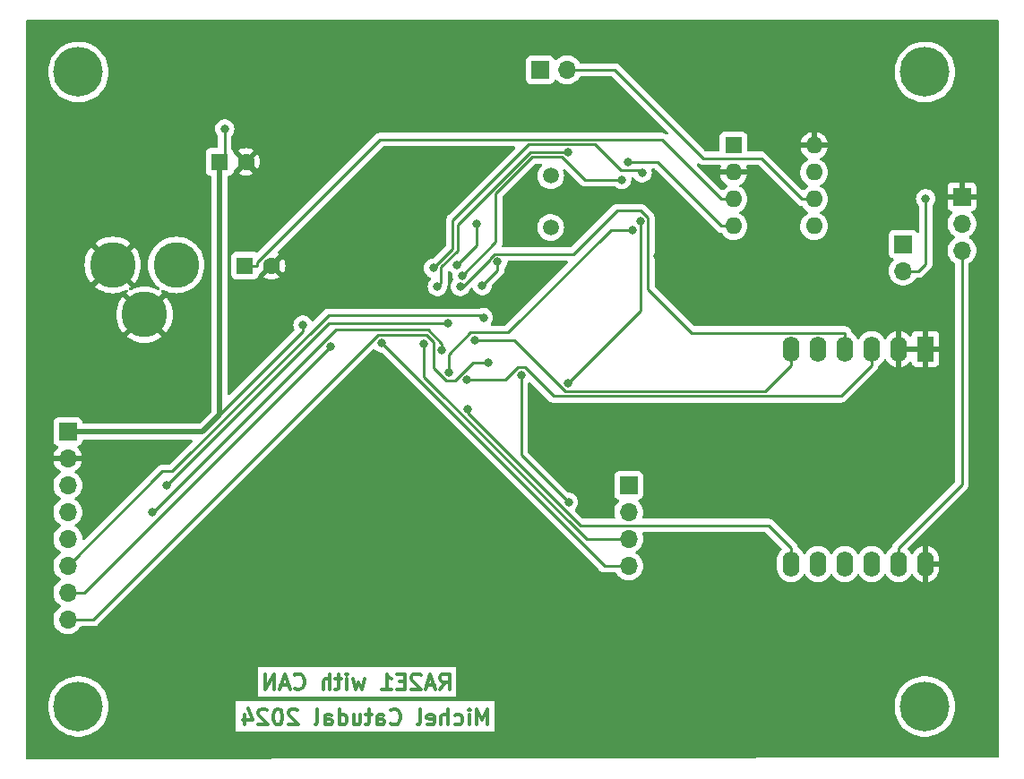
<source format=gbl>
G04 #@! TF.GenerationSoftware,KiCad,Pcbnew,8.0.6*
G04 #@! TF.CreationDate,2025-01-19T13:54:33-05:00*
G04 #@! TF.ProjectId,RA2E1-CAN-Rev2,52413245-312d-4434-914e-2d526576322e,rev?*
G04 #@! TF.SameCoordinates,Original*
G04 #@! TF.FileFunction,Copper,L2,Bot*
G04 #@! TF.FilePolarity,Positive*
%FSLAX46Y46*%
G04 Gerber Fmt 4.6, Leading zero omitted, Abs format (unit mm)*
G04 Created by KiCad (PCBNEW 8.0.6) date 2025-01-19 13:54:33*
%MOMM*%
%LPD*%
G01*
G04 APERTURE LIST*
%ADD10C,0.300000*%
G04 #@! TA.AperFunction,NonConductor*
%ADD11C,0.300000*%
G04 #@! TD*
G04 #@! TA.AperFunction,ComponentPad*
%ADD12C,4.700000*%
G04 #@! TD*
G04 #@! TA.AperFunction,ComponentPad*
%ADD13R,1.700000X1.700000*%
G04 #@! TD*
G04 #@! TA.AperFunction,ComponentPad*
%ADD14O,1.700000X1.700000*%
G04 #@! TD*
G04 #@! TA.AperFunction,ComponentPad*
%ADD15C,1.500000*%
G04 #@! TD*
G04 #@! TA.AperFunction,ComponentPad*
%ADD16R,1.600000X1.600000*%
G04 #@! TD*
G04 #@! TA.AperFunction,ComponentPad*
%ADD17C,1.600000*%
G04 #@! TD*
G04 #@! TA.AperFunction,ComponentPad*
%ADD18O,1.600000X1.600000*%
G04 #@! TD*
G04 #@! TA.AperFunction,ComponentPad*
%ADD19R,1.600000X2.400000*%
G04 #@! TD*
G04 #@! TA.AperFunction,ComponentPad*
%ADD20O,1.600000X2.400000*%
G04 #@! TD*
G04 #@! TA.AperFunction,ComponentPad*
%ADD21C,4.318000*%
G04 #@! TD*
G04 #@! TA.AperFunction,ViaPad*
%ADD22C,0.800000*%
G04 #@! TD*
G04 #@! TA.AperFunction,Conductor*
%ADD23C,0.250000*%
G04 #@! TD*
G04 #@! TA.AperFunction,Conductor*
%ADD24C,0.500000*%
G04 #@! TD*
G04 APERTURE END LIST*
D10*
D11*
X109203142Y-88412328D02*
X109703142Y-87698042D01*
X110060285Y-88412328D02*
X110060285Y-86912328D01*
X110060285Y-86912328D02*
X109488856Y-86912328D01*
X109488856Y-86912328D02*
X109345999Y-86983757D01*
X109345999Y-86983757D02*
X109274570Y-87055185D01*
X109274570Y-87055185D02*
X109203142Y-87198042D01*
X109203142Y-87198042D02*
X109203142Y-87412328D01*
X109203142Y-87412328D02*
X109274570Y-87555185D01*
X109274570Y-87555185D02*
X109345999Y-87626614D01*
X109345999Y-87626614D02*
X109488856Y-87698042D01*
X109488856Y-87698042D02*
X110060285Y-87698042D01*
X108631713Y-87983757D02*
X107917428Y-87983757D01*
X108774570Y-88412328D02*
X108274570Y-86912328D01*
X108274570Y-86912328D02*
X107774570Y-88412328D01*
X107345999Y-87055185D02*
X107274571Y-86983757D01*
X107274571Y-86983757D02*
X107131714Y-86912328D01*
X107131714Y-86912328D02*
X106774571Y-86912328D01*
X106774571Y-86912328D02*
X106631714Y-86983757D01*
X106631714Y-86983757D02*
X106560285Y-87055185D01*
X106560285Y-87055185D02*
X106488856Y-87198042D01*
X106488856Y-87198042D02*
X106488856Y-87340900D01*
X106488856Y-87340900D02*
X106560285Y-87555185D01*
X106560285Y-87555185D02*
X107417428Y-88412328D01*
X107417428Y-88412328D02*
X106488856Y-88412328D01*
X105846000Y-87626614D02*
X105346000Y-87626614D01*
X105131714Y-88412328D02*
X105846000Y-88412328D01*
X105846000Y-88412328D02*
X105846000Y-86912328D01*
X105846000Y-86912328D02*
X105131714Y-86912328D01*
X103703142Y-88412328D02*
X104560285Y-88412328D01*
X104131714Y-88412328D02*
X104131714Y-86912328D01*
X104131714Y-86912328D02*
X104274571Y-87126614D01*
X104274571Y-87126614D02*
X104417428Y-87269471D01*
X104417428Y-87269471D02*
X104560285Y-87340900D01*
X102060286Y-87412328D02*
X101774572Y-88412328D01*
X101774572Y-88412328D02*
X101488857Y-87698042D01*
X101488857Y-87698042D02*
X101203143Y-88412328D01*
X101203143Y-88412328D02*
X100917429Y-87412328D01*
X100346000Y-88412328D02*
X100346000Y-87412328D01*
X100346000Y-86912328D02*
X100417428Y-86983757D01*
X100417428Y-86983757D02*
X100346000Y-87055185D01*
X100346000Y-87055185D02*
X100274571Y-86983757D01*
X100274571Y-86983757D02*
X100346000Y-86912328D01*
X100346000Y-86912328D02*
X100346000Y-87055185D01*
X99845999Y-87412328D02*
X99274571Y-87412328D01*
X99631714Y-86912328D02*
X99631714Y-88198042D01*
X99631714Y-88198042D02*
X99560285Y-88340900D01*
X99560285Y-88340900D02*
X99417428Y-88412328D01*
X99417428Y-88412328D02*
X99274571Y-88412328D01*
X98774571Y-88412328D02*
X98774571Y-86912328D01*
X98131714Y-88412328D02*
X98131714Y-87626614D01*
X98131714Y-87626614D02*
X98203142Y-87483757D01*
X98203142Y-87483757D02*
X98345999Y-87412328D01*
X98345999Y-87412328D02*
X98560285Y-87412328D01*
X98560285Y-87412328D02*
X98703142Y-87483757D01*
X98703142Y-87483757D02*
X98774571Y-87555185D01*
X95417428Y-88269471D02*
X95488856Y-88340900D01*
X95488856Y-88340900D02*
X95703142Y-88412328D01*
X95703142Y-88412328D02*
X95845999Y-88412328D01*
X95845999Y-88412328D02*
X96060285Y-88340900D01*
X96060285Y-88340900D02*
X96203142Y-88198042D01*
X96203142Y-88198042D02*
X96274571Y-88055185D01*
X96274571Y-88055185D02*
X96345999Y-87769471D01*
X96345999Y-87769471D02*
X96345999Y-87555185D01*
X96345999Y-87555185D02*
X96274571Y-87269471D01*
X96274571Y-87269471D02*
X96203142Y-87126614D01*
X96203142Y-87126614D02*
X96060285Y-86983757D01*
X96060285Y-86983757D02*
X95845999Y-86912328D01*
X95845999Y-86912328D02*
X95703142Y-86912328D01*
X95703142Y-86912328D02*
X95488856Y-86983757D01*
X95488856Y-86983757D02*
X95417428Y-87055185D01*
X94845999Y-87983757D02*
X94131714Y-87983757D01*
X94988856Y-88412328D02*
X94488856Y-86912328D01*
X94488856Y-86912328D02*
X93988856Y-88412328D01*
X93488857Y-88412328D02*
X93488857Y-86912328D01*
X93488857Y-86912328D02*
X92631714Y-88412328D01*
X92631714Y-88412328D02*
X92631714Y-86912328D01*
D10*
D11*
X113645999Y-91728328D02*
X113645999Y-90228328D01*
X113645999Y-90228328D02*
X113145999Y-91299757D01*
X113145999Y-91299757D02*
X112645999Y-90228328D01*
X112645999Y-90228328D02*
X112645999Y-91728328D01*
X111931713Y-91728328D02*
X111931713Y-90728328D01*
X111931713Y-90228328D02*
X112003141Y-90299757D01*
X112003141Y-90299757D02*
X111931713Y-90371185D01*
X111931713Y-90371185D02*
X111860284Y-90299757D01*
X111860284Y-90299757D02*
X111931713Y-90228328D01*
X111931713Y-90228328D02*
X111931713Y-90371185D01*
X110574570Y-91656900D02*
X110717427Y-91728328D01*
X110717427Y-91728328D02*
X111003141Y-91728328D01*
X111003141Y-91728328D02*
X111145998Y-91656900D01*
X111145998Y-91656900D02*
X111217427Y-91585471D01*
X111217427Y-91585471D02*
X111288855Y-91442614D01*
X111288855Y-91442614D02*
X111288855Y-91014042D01*
X111288855Y-91014042D02*
X111217427Y-90871185D01*
X111217427Y-90871185D02*
X111145998Y-90799757D01*
X111145998Y-90799757D02*
X111003141Y-90728328D01*
X111003141Y-90728328D02*
X110717427Y-90728328D01*
X110717427Y-90728328D02*
X110574570Y-90799757D01*
X109931713Y-91728328D02*
X109931713Y-90228328D01*
X109288856Y-91728328D02*
X109288856Y-90942614D01*
X109288856Y-90942614D02*
X109360284Y-90799757D01*
X109360284Y-90799757D02*
X109503141Y-90728328D01*
X109503141Y-90728328D02*
X109717427Y-90728328D01*
X109717427Y-90728328D02*
X109860284Y-90799757D01*
X109860284Y-90799757D02*
X109931713Y-90871185D01*
X108003141Y-91656900D02*
X108145998Y-91728328D01*
X108145998Y-91728328D02*
X108431713Y-91728328D01*
X108431713Y-91728328D02*
X108574570Y-91656900D01*
X108574570Y-91656900D02*
X108645998Y-91514042D01*
X108645998Y-91514042D02*
X108645998Y-90942614D01*
X108645998Y-90942614D02*
X108574570Y-90799757D01*
X108574570Y-90799757D02*
X108431713Y-90728328D01*
X108431713Y-90728328D02*
X108145998Y-90728328D01*
X108145998Y-90728328D02*
X108003141Y-90799757D01*
X108003141Y-90799757D02*
X107931713Y-90942614D01*
X107931713Y-90942614D02*
X107931713Y-91085471D01*
X107931713Y-91085471D02*
X108645998Y-91228328D01*
X107074570Y-91728328D02*
X107217427Y-91656900D01*
X107217427Y-91656900D02*
X107288856Y-91514042D01*
X107288856Y-91514042D02*
X107288856Y-90228328D01*
X104503142Y-91585471D02*
X104574570Y-91656900D01*
X104574570Y-91656900D02*
X104788856Y-91728328D01*
X104788856Y-91728328D02*
X104931713Y-91728328D01*
X104931713Y-91728328D02*
X105145999Y-91656900D01*
X105145999Y-91656900D02*
X105288856Y-91514042D01*
X105288856Y-91514042D02*
X105360285Y-91371185D01*
X105360285Y-91371185D02*
X105431713Y-91085471D01*
X105431713Y-91085471D02*
X105431713Y-90871185D01*
X105431713Y-90871185D02*
X105360285Y-90585471D01*
X105360285Y-90585471D02*
X105288856Y-90442614D01*
X105288856Y-90442614D02*
X105145999Y-90299757D01*
X105145999Y-90299757D02*
X104931713Y-90228328D01*
X104931713Y-90228328D02*
X104788856Y-90228328D01*
X104788856Y-90228328D02*
X104574570Y-90299757D01*
X104574570Y-90299757D02*
X104503142Y-90371185D01*
X103217428Y-91728328D02*
X103217428Y-90942614D01*
X103217428Y-90942614D02*
X103288856Y-90799757D01*
X103288856Y-90799757D02*
X103431713Y-90728328D01*
X103431713Y-90728328D02*
X103717428Y-90728328D01*
X103717428Y-90728328D02*
X103860285Y-90799757D01*
X103217428Y-91656900D02*
X103360285Y-91728328D01*
X103360285Y-91728328D02*
X103717428Y-91728328D01*
X103717428Y-91728328D02*
X103860285Y-91656900D01*
X103860285Y-91656900D02*
X103931713Y-91514042D01*
X103931713Y-91514042D02*
X103931713Y-91371185D01*
X103931713Y-91371185D02*
X103860285Y-91228328D01*
X103860285Y-91228328D02*
X103717428Y-91156900D01*
X103717428Y-91156900D02*
X103360285Y-91156900D01*
X103360285Y-91156900D02*
X103217428Y-91085471D01*
X102717427Y-90728328D02*
X102145999Y-90728328D01*
X102503142Y-90228328D02*
X102503142Y-91514042D01*
X102503142Y-91514042D02*
X102431713Y-91656900D01*
X102431713Y-91656900D02*
X102288856Y-91728328D01*
X102288856Y-91728328D02*
X102145999Y-91728328D01*
X101003142Y-90728328D02*
X101003142Y-91728328D01*
X101645999Y-90728328D02*
X101645999Y-91514042D01*
X101645999Y-91514042D02*
X101574570Y-91656900D01*
X101574570Y-91656900D02*
X101431713Y-91728328D01*
X101431713Y-91728328D02*
X101217427Y-91728328D01*
X101217427Y-91728328D02*
X101074570Y-91656900D01*
X101074570Y-91656900D02*
X101003142Y-91585471D01*
X99645999Y-91728328D02*
X99645999Y-90228328D01*
X99645999Y-91656900D02*
X99788856Y-91728328D01*
X99788856Y-91728328D02*
X100074570Y-91728328D01*
X100074570Y-91728328D02*
X100217427Y-91656900D01*
X100217427Y-91656900D02*
X100288856Y-91585471D01*
X100288856Y-91585471D02*
X100360284Y-91442614D01*
X100360284Y-91442614D02*
X100360284Y-91014042D01*
X100360284Y-91014042D02*
X100288856Y-90871185D01*
X100288856Y-90871185D02*
X100217427Y-90799757D01*
X100217427Y-90799757D02*
X100074570Y-90728328D01*
X100074570Y-90728328D02*
X99788856Y-90728328D01*
X99788856Y-90728328D02*
X99645999Y-90799757D01*
X98288856Y-91728328D02*
X98288856Y-90942614D01*
X98288856Y-90942614D02*
X98360284Y-90799757D01*
X98360284Y-90799757D02*
X98503141Y-90728328D01*
X98503141Y-90728328D02*
X98788856Y-90728328D01*
X98788856Y-90728328D02*
X98931713Y-90799757D01*
X98288856Y-91656900D02*
X98431713Y-91728328D01*
X98431713Y-91728328D02*
X98788856Y-91728328D01*
X98788856Y-91728328D02*
X98931713Y-91656900D01*
X98931713Y-91656900D02*
X99003141Y-91514042D01*
X99003141Y-91514042D02*
X99003141Y-91371185D01*
X99003141Y-91371185D02*
X98931713Y-91228328D01*
X98931713Y-91228328D02*
X98788856Y-91156900D01*
X98788856Y-91156900D02*
X98431713Y-91156900D01*
X98431713Y-91156900D02*
X98288856Y-91085471D01*
X97360284Y-91728328D02*
X97503141Y-91656900D01*
X97503141Y-91656900D02*
X97574570Y-91514042D01*
X97574570Y-91514042D02*
X97574570Y-90228328D01*
X95717427Y-90371185D02*
X95645999Y-90299757D01*
X95645999Y-90299757D02*
X95503142Y-90228328D01*
X95503142Y-90228328D02*
X95145999Y-90228328D01*
X95145999Y-90228328D02*
X95003142Y-90299757D01*
X95003142Y-90299757D02*
X94931713Y-90371185D01*
X94931713Y-90371185D02*
X94860284Y-90514042D01*
X94860284Y-90514042D02*
X94860284Y-90656900D01*
X94860284Y-90656900D02*
X94931713Y-90871185D01*
X94931713Y-90871185D02*
X95788856Y-91728328D01*
X95788856Y-91728328D02*
X94860284Y-91728328D01*
X93931713Y-90228328D02*
X93788856Y-90228328D01*
X93788856Y-90228328D02*
X93645999Y-90299757D01*
X93645999Y-90299757D02*
X93574571Y-90371185D01*
X93574571Y-90371185D02*
X93503142Y-90514042D01*
X93503142Y-90514042D02*
X93431713Y-90799757D01*
X93431713Y-90799757D02*
X93431713Y-91156900D01*
X93431713Y-91156900D02*
X93503142Y-91442614D01*
X93503142Y-91442614D02*
X93574571Y-91585471D01*
X93574571Y-91585471D02*
X93645999Y-91656900D01*
X93645999Y-91656900D02*
X93788856Y-91728328D01*
X93788856Y-91728328D02*
X93931713Y-91728328D01*
X93931713Y-91728328D02*
X94074571Y-91656900D01*
X94074571Y-91656900D02*
X94145999Y-91585471D01*
X94145999Y-91585471D02*
X94217428Y-91442614D01*
X94217428Y-91442614D02*
X94288856Y-91156900D01*
X94288856Y-91156900D02*
X94288856Y-90799757D01*
X94288856Y-90799757D02*
X94217428Y-90514042D01*
X94217428Y-90514042D02*
X94145999Y-90371185D01*
X94145999Y-90371185D02*
X94074571Y-90299757D01*
X94074571Y-90299757D02*
X93931713Y-90228328D01*
X92860285Y-90371185D02*
X92788857Y-90299757D01*
X92788857Y-90299757D02*
X92646000Y-90228328D01*
X92646000Y-90228328D02*
X92288857Y-90228328D01*
X92288857Y-90228328D02*
X92146000Y-90299757D01*
X92146000Y-90299757D02*
X92074571Y-90371185D01*
X92074571Y-90371185D02*
X92003142Y-90514042D01*
X92003142Y-90514042D02*
X92003142Y-90656900D01*
X92003142Y-90656900D02*
X92074571Y-90871185D01*
X92074571Y-90871185D02*
X92931714Y-91728328D01*
X92931714Y-91728328D02*
X92003142Y-91728328D01*
X90717429Y-90728328D02*
X90717429Y-91728328D01*
X91074571Y-90156900D02*
X91431714Y-91228328D01*
X91431714Y-91228328D02*
X90503143Y-91228328D01*
D12*
X75000000Y-30000000D03*
X155000000Y-30000000D03*
X75000000Y-90000000D03*
X155000000Y-90000000D03*
D13*
X74000000Y-64000000D03*
D14*
X74000000Y-66540000D03*
X74000000Y-69080000D03*
X74000000Y-71620000D03*
X74000000Y-74160000D03*
X74000000Y-76700000D03*
X74000000Y-79240000D03*
X74000000Y-81780000D03*
D15*
X119634000Y-39818000D03*
X119634000Y-44698000D03*
D16*
X90750000Y-48300000D03*
D17*
X93250000Y-48300000D03*
D13*
X118638000Y-29797000D03*
D14*
X121178000Y-29797000D03*
D16*
X136916000Y-36944000D03*
D18*
X136916000Y-39484000D03*
X136916000Y-42024000D03*
X136916000Y-44564000D03*
X144536000Y-44564000D03*
X144536000Y-42024000D03*
X144536000Y-39484000D03*
X144536000Y-36944000D03*
D13*
X158500000Y-41800000D03*
D14*
X158500000Y-44340000D03*
X158500000Y-46880000D03*
D16*
X88350000Y-38500000D03*
D17*
X90850000Y-38500000D03*
D19*
X155050000Y-56200000D03*
D20*
X152510000Y-56200000D03*
X149970000Y-56200000D03*
X147430000Y-56200000D03*
X144890000Y-56200000D03*
X142350000Y-56200000D03*
X142350000Y-76520000D03*
X144890000Y-76520000D03*
X147430000Y-76520000D03*
X149970000Y-76520000D03*
X152510000Y-76520000D03*
X155050000Y-76520000D03*
D13*
X127000000Y-69080000D03*
D14*
X127000000Y-71620000D03*
X127000000Y-74160000D03*
X127000000Y-76700000D03*
D13*
X152950000Y-46275000D03*
D14*
X152950000Y-48815000D03*
D21*
X78250000Y-48250000D03*
X81250000Y-52950000D03*
X84250000Y-48250000D03*
D22*
X129777000Y-47373000D03*
X132137532Y-45533532D03*
X96227000Y-53923000D03*
X88831100Y-35374500D03*
X155077000Y-41973000D03*
X114621000Y-47953800D03*
X113170600Y-50199900D03*
X113734300Y-57451200D03*
X81977000Y-71620000D03*
X109355800Y-56312500D03*
X113278000Y-53228700D03*
X121321700Y-70674900D03*
X116867400Y-58682200D03*
X83329600Y-69075600D03*
X109963400Y-53741000D03*
X98871200Y-55921500D03*
X103664200Y-55601800D03*
X107664600Y-55679900D03*
X111101600Y-50280600D03*
X111733300Y-59068800D03*
X112434600Y-55366400D03*
X111787400Y-61880200D03*
X108929600Y-50282200D03*
X121290700Y-37565900D03*
X128285600Y-39528800D03*
X108564100Y-48548400D03*
X128109200Y-44083000D03*
X121309900Y-59413100D03*
X126347600Y-40170300D03*
X111258200Y-49278800D03*
X127384200Y-44948000D03*
X110021600Y-58415200D03*
X110784700Y-48215200D03*
X112627000Y-44323000D03*
X126920100Y-38494500D03*
D23*
X111258200Y-49278800D02*
X114456000Y-46081000D01*
X114456000Y-46081000D02*
X114456000Y-41480396D01*
X114456000Y-41480396D02*
X117920496Y-38015900D01*
X117920496Y-38015900D02*
X120715395Y-38015900D01*
X120715395Y-38015900D02*
X122869795Y-40170300D01*
X122869795Y-40170300D02*
X126347600Y-40170300D01*
X112627000Y-44323000D02*
X112627000Y-46372900D01*
X112627000Y-46372900D02*
X110784700Y-48215200D01*
X121290700Y-37565900D02*
X117734100Y-37565900D01*
X117734100Y-37565900D02*
X110827000Y-44473000D01*
X110827000Y-44473000D02*
X110827000Y-46921896D01*
X110827000Y-46921896D02*
X109290800Y-48458096D01*
X109290800Y-48458096D02*
X109290800Y-49921000D01*
X109290800Y-49921000D02*
X108929600Y-50282200D01*
X108564100Y-48548400D02*
X110377000Y-46735500D01*
X110377000Y-44023000D02*
X117560900Y-36839100D01*
X110377000Y-46735500D02*
X110377000Y-44023000D01*
X117560900Y-36839100D02*
X123801100Y-36839100D01*
X123801100Y-36839100D02*
X126241700Y-39279700D01*
X126241700Y-39279700D02*
X128036500Y-39279700D01*
X128036500Y-39279700D02*
X128285600Y-39528800D01*
X129777000Y-47373000D02*
X130298064Y-47373000D01*
X130298064Y-47373000D02*
X132137532Y-45533532D01*
X147430000Y-56200000D02*
X147430000Y-54673300D01*
X128834200Y-43782695D02*
X128157005Y-43105500D01*
X147430000Y-54673300D02*
X132977300Y-54673300D01*
X128834200Y-50530200D02*
X128834200Y-43782695D01*
X111362100Y-50280600D02*
X111101600Y-50280600D01*
X132977300Y-54673300D02*
X128834200Y-50530200D01*
X128157005Y-43105500D02*
X125894500Y-43105500D01*
X125894500Y-43105500D02*
X121772900Y-47227100D01*
X113892500Y-47750200D02*
X111362100Y-50280600D01*
X121772900Y-47227100D02*
X114318500Y-47227100D01*
X114318500Y-47227100D02*
X113892500Y-47653100D01*
X113892500Y-47653100D02*
X113892500Y-47750200D01*
X128109200Y-44083000D02*
X128109200Y-52613800D01*
X128109200Y-52613800D02*
X121309900Y-59413100D01*
X127384200Y-44948000D02*
X125296100Y-44948000D01*
X125296100Y-44948000D02*
X115604400Y-54639700D01*
X115604400Y-54639700D02*
X112069800Y-54639700D01*
X112069800Y-54639700D02*
X110021600Y-56687900D01*
X110021600Y-56687900D02*
X110021600Y-58415200D01*
X136916000Y-42024000D02*
X135789300Y-42024000D01*
X91876700Y-48018300D02*
X91876700Y-48300000D01*
X130151200Y-36385900D02*
X103509100Y-36385900D01*
X103509100Y-36385900D02*
X91876700Y-48018300D01*
X135789300Y-42024000D02*
X130151200Y-36385900D01*
X90750000Y-48300000D02*
X91876700Y-48300000D01*
X152510000Y-76520000D02*
X152510000Y-74993300D01*
X88831100Y-38632500D02*
X88831100Y-35374500D01*
X96227000Y-53923000D02*
X96227000Y-54523000D01*
D24*
X86750000Y-64000000D02*
X74000000Y-64000000D01*
D23*
X158500000Y-69003300D02*
X152510000Y-74993300D01*
X158500000Y-46880000D02*
X158500000Y-69003300D01*
X88350000Y-39113600D02*
X88831100Y-38632500D01*
X96227000Y-54523000D02*
X88350000Y-62400000D01*
D24*
X88350000Y-62400000D02*
X86750000Y-64000000D01*
X88350000Y-38500000D02*
X88350000Y-39113600D01*
X88350000Y-39113600D02*
X88350000Y-62400000D01*
D23*
X154419000Y-48815000D02*
X152950000Y-48815000D01*
X155077000Y-41973000D02*
X155077000Y-48157000D01*
X155077000Y-48157000D02*
X154419000Y-48815000D01*
X139526800Y-38141500D02*
X143409300Y-42024000D01*
X134044100Y-38141500D02*
X139526800Y-38141500D01*
X125699600Y-29797000D02*
X134044100Y-38141500D01*
X121178000Y-29797000D02*
X125699600Y-29797000D01*
X144536000Y-42024000D02*
X143409300Y-42024000D01*
X114621000Y-48749500D02*
X113170600Y-50199900D01*
X114621000Y-47953800D02*
X114621000Y-48749500D01*
X108578900Y-55540700D02*
X108578900Y-58019000D01*
X103325000Y-54871600D02*
X107909800Y-54871600D01*
X110617100Y-59157000D02*
X112322900Y-57451200D01*
X112322900Y-57451200D02*
X113734300Y-57451200D01*
X109716900Y-59157000D02*
X110617100Y-59157000D01*
X108578900Y-58019000D02*
X109716900Y-59157000D01*
X76416600Y-81780000D02*
X103325000Y-54871600D01*
X107909800Y-54871600D02*
X108578900Y-55540700D01*
X74000000Y-81780000D02*
X76416600Y-81780000D01*
X109355800Y-56312500D02*
X109355800Y-55671000D01*
X109355800Y-55671000D02*
X108060400Y-54375600D01*
X108060400Y-54375600D02*
X99333300Y-54375600D01*
X82088900Y-71620000D02*
X81977000Y-71620000D01*
X99333300Y-54375600D02*
X82088900Y-71620000D01*
X83872800Y-67768800D02*
X82931200Y-67768800D01*
X113056400Y-53007100D02*
X98634500Y-53007100D01*
X113278000Y-53228700D02*
X113056400Y-53007100D01*
X98634500Y-53007100D02*
X83872800Y-67768800D01*
X82931200Y-67768800D02*
X74000000Y-76700000D01*
X116867400Y-66220600D02*
X116867400Y-58682200D01*
X121321700Y-70674900D02*
X116867400Y-66220600D01*
X83329600Y-69075600D02*
X98664200Y-53741000D01*
X98664200Y-53741000D02*
X109963400Y-53741000D01*
X75176700Y-79240000D02*
X75552700Y-79240000D01*
X75552700Y-79240000D02*
X98871200Y-55921500D01*
X74000000Y-79240000D02*
X75176700Y-79240000D01*
X103664200Y-55601800D02*
X124762400Y-76700000D01*
X124762400Y-76700000D02*
X127000000Y-76700000D01*
X107664600Y-58809900D02*
X123014700Y-74160000D01*
X123014700Y-74160000D02*
X127000000Y-74160000D01*
X107664600Y-55679900D02*
X107664600Y-58809900D01*
X116502400Y-57942600D02*
X115376200Y-59068800D01*
X147065800Y-60630900D02*
X119908000Y-60630900D01*
X115376200Y-59068800D02*
X111733300Y-59068800D01*
X117219700Y-57942600D02*
X116502400Y-57942600D01*
X149970000Y-57726700D02*
X147065800Y-60630900D01*
X119908000Y-60630900D02*
X117219700Y-57942600D01*
X149970000Y-56200000D02*
X149970000Y-57726700D01*
X112434600Y-55366500D02*
X112434600Y-55366400D01*
X139901900Y-60174800D02*
X121043800Y-60174800D01*
X142350000Y-57726700D02*
X139901900Y-60174800D01*
X142350000Y-56200000D02*
X142350000Y-57726700D01*
X116235500Y-55366500D02*
X112434600Y-55366500D01*
X121043800Y-60174800D02*
X116235500Y-55366500D01*
X142350000Y-74993300D02*
X140246700Y-72890000D01*
X142350000Y-76520000D02*
X142350000Y-74993300D01*
X140246700Y-72890000D02*
X122425800Y-72890000D01*
X111787400Y-62251600D02*
X111787400Y-61880200D01*
X122425800Y-72890000D02*
X111787400Y-62251600D01*
X129719800Y-38494500D02*
X126920100Y-38494500D01*
X136916000Y-44564000D02*
X135789300Y-44564000D01*
X135789300Y-44564000D02*
X129719800Y-38494500D01*
G04 #@! TA.AperFunction,Conductor*
G36*
X85751127Y-64778502D02*
G01*
X85797620Y-64832158D01*
X85807724Y-64902432D01*
X85778230Y-64967012D01*
X85772101Y-64973595D01*
X83647301Y-67098395D01*
X83584989Y-67132421D01*
X83558206Y-67135300D01*
X82868803Y-67135300D01*
X82795768Y-67149828D01*
X82746415Y-67159645D01*
X82746413Y-67159645D01*
X82746412Y-67159646D01*
X82631123Y-67207401D01*
X82527371Y-67276726D01*
X82527364Y-67276731D01*
X75576870Y-74227224D01*
X75514558Y-74261250D01*
X75443742Y-74256185D01*
X75386907Y-74213638D01*
X75362206Y-74148536D01*
X75344564Y-73935632D01*
X75289296Y-73717384D01*
X75198860Y-73511209D01*
X75192140Y-73500924D01*
X75075724Y-73322734D01*
X75075720Y-73322729D01*
X74923237Y-73157091D01*
X74841382Y-73093381D01*
X74745576Y-73018811D01*
X74712319Y-73000813D01*
X74661929Y-72950802D01*
X74646576Y-72881485D01*
X74671136Y-72814872D01*
X74712320Y-72779186D01*
X74745576Y-72761189D01*
X74923240Y-72622906D01*
X75075722Y-72457268D01*
X75198860Y-72268791D01*
X75289296Y-72062616D01*
X75344564Y-71844368D01*
X75363156Y-71620000D01*
X75344564Y-71395632D01*
X75307291Y-71248444D01*
X75289297Y-71177387D01*
X75289296Y-71177386D01*
X75289296Y-71177384D01*
X75198860Y-70971209D01*
X75129358Y-70864828D01*
X75075724Y-70782734D01*
X75075720Y-70782729D01*
X74923237Y-70617091D01*
X74815007Y-70532852D01*
X74745576Y-70478811D01*
X74712319Y-70460813D01*
X74661929Y-70410802D01*
X74646576Y-70341485D01*
X74671136Y-70274872D01*
X74712320Y-70239186D01*
X74745576Y-70221189D01*
X74923240Y-70082906D01*
X75075722Y-69917268D01*
X75198860Y-69728791D01*
X75289296Y-69522616D01*
X75344564Y-69304368D01*
X75363156Y-69080000D01*
X75344564Y-68855632D01*
X75344562Y-68855624D01*
X75289297Y-68637387D01*
X75289296Y-68637386D01*
X75289296Y-68637384D01*
X75198860Y-68431209D01*
X75192140Y-68420924D01*
X75075724Y-68242734D01*
X75075720Y-68242729D01*
X74923237Y-68077091D01*
X74803367Y-67983792D01*
X74745576Y-67938811D01*
X74711792Y-67920528D01*
X74661402Y-67870516D01*
X74646050Y-67801199D01*
X74670610Y-67734586D01*
X74711793Y-67698901D01*
X74745300Y-67680767D01*
X74745301Y-67680767D01*
X74922902Y-67542534D01*
X75075325Y-67376958D01*
X75198419Y-67188548D01*
X75288820Y-66982456D01*
X75288823Y-66982449D01*
X75336544Y-66794000D01*
X74430703Y-66794000D01*
X74465925Y-66732993D01*
X74500000Y-66605826D01*
X74500000Y-66474174D01*
X74465925Y-66347007D01*
X74430703Y-66286000D01*
X75336544Y-66286000D01*
X75336544Y-66285999D01*
X75288823Y-66097550D01*
X75288820Y-66097543D01*
X75198419Y-65891451D01*
X75075325Y-65703041D01*
X74932018Y-65547367D01*
X74900598Y-65483702D01*
X74908585Y-65413156D01*
X74953444Y-65358127D01*
X74980679Y-65343977D01*
X75096204Y-65300889D01*
X75213261Y-65213261D01*
X75300889Y-65096204D01*
X75351989Y-64959201D01*
X75358500Y-64898638D01*
X75358500Y-64884500D01*
X75378502Y-64816379D01*
X75432158Y-64769886D01*
X75484500Y-64758500D01*
X85683006Y-64758500D01*
X85751127Y-64778502D01*
G37*
G04 #@! TD.AperFunction*
G04 #@! TA.AperFunction,Conductor*
G36*
X154729920Y-55954394D02*
G01*
X154677259Y-56045606D01*
X154650000Y-56147339D01*
X154650000Y-56252661D01*
X154677259Y-56354394D01*
X154729920Y-56445606D01*
X154738314Y-56454000D01*
X152821686Y-56454000D01*
X152830080Y-56445606D01*
X152882741Y-56354394D01*
X152910000Y-56252661D01*
X152910000Y-56147339D01*
X152882741Y-56045606D01*
X152830080Y-55954394D01*
X152821686Y-55946000D01*
X154738314Y-55946000D01*
X154729920Y-55954394D01*
G37*
G04 #@! TD.AperFunction*
G04 #@! TA.AperFunction,Conductor*
G36*
X133653147Y-38642780D02*
G01*
X133662763Y-38648602D01*
X133744025Y-38702900D01*
X133859315Y-38750655D01*
X133981706Y-38775000D01*
X134106494Y-38775000D01*
X135605613Y-38775000D01*
X135673734Y-38795002D01*
X135720227Y-38848658D01*
X135730331Y-38918932D01*
X135719808Y-38954250D01*
X135682188Y-39034925D01*
X135682186Y-39034931D01*
X135629917Y-39230000D01*
X136604314Y-39230000D01*
X136595920Y-39238394D01*
X136543259Y-39329606D01*
X136516000Y-39431339D01*
X136516000Y-39536661D01*
X136543259Y-39638394D01*
X136595920Y-39729606D01*
X136604314Y-39738000D01*
X135629918Y-39738000D01*
X135682186Y-39933068D01*
X135682188Y-39933073D01*
X135778912Y-40140498D01*
X135910184Y-40327974D01*
X135910189Y-40327980D01*
X136072019Y-40489810D01*
X136072025Y-40489815D01*
X136259503Y-40621089D01*
X136299049Y-40639530D01*
X136352334Y-40686447D01*
X136371794Y-40754724D01*
X136351252Y-40822684D01*
X136299049Y-40867918D01*
X136259252Y-40886475D01*
X136071703Y-41017799D01*
X135964447Y-41125054D01*
X135902134Y-41159079D01*
X135831318Y-41154013D01*
X135786257Y-41125053D01*
X133503667Y-38842463D01*
X133469641Y-38780151D01*
X133474706Y-38709336D01*
X133517253Y-38652500D01*
X133583773Y-38627689D01*
X133653147Y-38642780D01*
G37*
G04 #@! TD.AperFunction*
G04 #@! TA.AperFunction,Conductor*
G36*
X161916621Y-25045502D02*
G01*
X161963114Y-25099158D01*
X161974500Y-25151500D01*
X161974500Y-94720279D01*
X161954498Y-94788400D01*
X161900842Y-94834893D01*
X161848674Y-94846279D01*
X70151674Y-94972757D01*
X70083526Y-94952849D01*
X70036959Y-94899257D01*
X70025500Y-94846757D01*
X70025500Y-90000000D01*
X72136656Y-90000000D01*
X72156016Y-90332403D01*
X72156016Y-90332409D01*
X72156017Y-90332414D01*
X72213838Y-90660333D01*
X72309337Y-90979321D01*
X72309339Y-90979327D01*
X72309340Y-90979328D01*
X72441220Y-91285063D01*
X72441222Y-91285066D01*
X72607711Y-91573433D01*
X72607714Y-91573437D01*
X72806552Y-91840523D01*
X73035057Y-92082724D01*
X73290134Y-92296758D01*
X73568320Y-92479724D01*
X73568328Y-92479729D01*
X73865887Y-92629169D01*
X74022335Y-92686111D01*
X74178775Y-92743051D01*
X74178776Y-92743051D01*
X74178784Y-92743054D01*
X74502786Y-92819843D01*
X74691771Y-92841932D01*
X74833508Y-92858500D01*
X74833511Y-92858500D01*
X75166492Y-92858500D01*
X75290510Y-92844003D01*
X75497214Y-92819843D01*
X75821216Y-92743054D01*
X76134113Y-92629169D01*
X76431672Y-92479729D01*
X76562696Y-92393553D01*
X89839643Y-92393553D01*
X114310660Y-92393553D01*
X114310660Y-90000000D01*
X152136656Y-90000000D01*
X152156016Y-90332403D01*
X152156016Y-90332409D01*
X152156017Y-90332414D01*
X152213838Y-90660333D01*
X152309337Y-90979321D01*
X152309339Y-90979327D01*
X152309340Y-90979328D01*
X152441220Y-91285063D01*
X152441222Y-91285066D01*
X152607711Y-91573433D01*
X152607714Y-91573437D01*
X152806552Y-91840523D01*
X153035057Y-92082724D01*
X153290134Y-92296758D01*
X153568320Y-92479724D01*
X153568328Y-92479729D01*
X153865887Y-92629169D01*
X154022335Y-92686111D01*
X154178775Y-92743051D01*
X154178776Y-92743051D01*
X154178784Y-92743054D01*
X154502786Y-92819843D01*
X154691771Y-92841932D01*
X154833508Y-92858500D01*
X154833511Y-92858500D01*
X155166492Y-92858500D01*
X155290510Y-92844003D01*
X155497214Y-92819843D01*
X155821216Y-92743054D01*
X156134113Y-92629169D01*
X156431672Y-92479729D01*
X156709870Y-92296755D01*
X156964946Y-92082721D01*
X157193449Y-91840522D01*
X157392289Y-91573433D01*
X157558778Y-91285066D01*
X157690663Y-90979321D01*
X157786162Y-90660333D01*
X157843983Y-90332414D01*
X157863344Y-90000000D01*
X157843983Y-89667586D01*
X157786162Y-89339667D01*
X157690663Y-89020679D01*
X157558778Y-88714934D01*
X157392289Y-88426567D01*
X157193449Y-88159478D01*
X156964946Y-87917279D01*
X156964944Y-87917278D01*
X156964942Y-87917275D01*
X156709865Y-87703241D01*
X156431679Y-87520275D01*
X156431675Y-87520273D01*
X156431672Y-87520271D01*
X156134113Y-87370831D01*
X156134108Y-87370829D01*
X156134103Y-87370827D01*
X155821224Y-87256948D01*
X155821217Y-87256946D01*
X155821216Y-87256946D01*
X155639258Y-87213821D01*
X155497219Y-87180158D01*
X155497209Y-87180156D01*
X155166492Y-87141500D01*
X155166489Y-87141500D01*
X154833511Y-87141500D01*
X154833508Y-87141500D01*
X154502790Y-87180156D01*
X154502780Y-87180158D01*
X154178784Y-87256946D01*
X154178775Y-87256948D01*
X153865896Y-87370827D01*
X153865891Y-87370829D01*
X153568320Y-87520275D01*
X153290134Y-87703241D01*
X153035057Y-87917275D01*
X152806552Y-88159476D01*
X152607714Y-88426562D01*
X152607704Y-88426578D01*
X152441223Y-88714931D01*
X152441220Y-88714936D01*
X152309340Y-89020671D01*
X152309338Y-89020677D01*
X152213838Y-89339666D01*
X152156016Y-89667590D01*
X152156016Y-89667596D01*
X152136656Y-90000000D01*
X114310660Y-90000000D01*
X114310660Y-89491675D01*
X89839643Y-89491675D01*
X89839643Y-92393553D01*
X76562696Y-92393553D01*
X76709870Y-92296755D01*
X76964946Y-92082721D01*
X77193449Y-91840522D01*
X77392289Y-91573433D01*
X77558778Y-91285066D01*
X77690663Y-90979321D01*
X77786162Y-90660333D01*
X77843983Y-90332414D01*
X77863344Y-90000000D01*
X77843983Y-89667586D01*
X77786162Y-89339667D01*
X77708020Y-89078655D01*
X91965689Y-89078655D01*
X110723785Y-89078655D01*
X110723785Y-86245984D01*
X91965689Y-86245984D01*
X91965689Y-89078655D01*
X77708020Y-89078655D01*
X77690663Y-89020679D01*
X77558778Y-88714934D01*
X77392289Y-88426567D01*
X77193449Y-88159478D01*
X76964946Y-87917279D01*
X76964944Y-87917278D01*
X76964942Y-87917275D01*
X76709865Y-87703241D01*
X76431679Y-87520275D01*
X76431675Y-87520273D01*
X76431672Y-87520271D01*
X76134113Y-87370831D01*
X76134108Y-87370829D01*
X76134103Y-87370827D01*
X75821224Y-87256948D01*
X75821217Y-87256946D01*
X75821216Y-87256946D01*
X75639258Y-87213821D01*
X75497219Y-87180158D01*
X75497209Y-87180156D01*
X75166492Y-87141500D01*
X75166489Y-87141500D01*
X74833511Y-87141500D01*
X74833508Y-87141500D01*
X74502790Y-87180156D01*
X74502780Y-87180158D01*
X74178784Y-87256946D01*
X74178775Y-87256948D01*
X73865896Y-87370827D01*
X73865891Y-87370829D01*
X73568320Y-87520275D01*
X73290134Y-87703241D01*
X73035057Y-87917275D01*
X72806552Y-88159476D01*
X72607714Y-88426562D01*
X72607704Y-88426578D01*
X72441223Y-88714931D01*
X72441220Y-88714936D01*
X72309340Y-89020671D01*
X72309338Y-89020677D01*
X72213838Y-89339666D01*
X72156016Y-89667590D01*
X72156016Y-89667596D01*
X72136656Y-90000000D01*
X70025500Y-90000000D01*
X70025500Y-69080000D01*
X72636844Y-69080000D01*
X72645800Y-69188085D01*
X72655437Y-69304375D01*
X72710702Y-69522612D01*
X72710703Y-69522613D01*
X72710704Y-69522616D01*
X72750150Y-69612544D01*
X72801141Y-69728793D01*
X72924275Y-69917265D01*
X72924279Y-69917270D01*
X73076762Y-70082908D01*
X73131331Y-70125381D01*
X73254424Y-70221189D01*
X73287680Y-70239186D01*
X73338071Y-70289200D01*
X73353423Y-70358516D01*
X73328862Y-70425129D01*
X73287680Y-70460813D01*
X73254426Y-70478810D01*
X73254424Y-70478811D01*
X73076762Y-70617091D01*
X72924279Y-70782729D01*
X72924275Y-70782734D01*
X72801141Y-70971206D01*
X72710703Y-71177386D01*
X72710702Y-71177387D01*
X72655437Y-71395624D01*
X72655436Y-71395630D01*
X72655436Y-71395632D01*
X72636844Y-71620000D01*
X72652582Y-71809928D01*
X72655437Y-71844375D01*
X72710702Y-72062612D01*
X72710703Y-72062613D01*
X72710704Y-72062616D01*
X72752080Y-72156944D01*
X72801141Y-72268793D01*
X72924275Y-72457265D01*
X72924279Y-72457270D01*
X73076762Y-72622908D01*
X73131331Y-72665381D01*
X73254424Y-72761189D01*
X73287680Y-72779186D01*
X73338071Y-72829200D01*
X73353423Y-72898516D01*
X73328862Y-72965129D01*
X73287680Y-73000813D01*
X73254426Y-73018810D01*
X73254424Y-73018811D01*
X73076762Y-73157091D01*
X72924279Y-73322729D01*
X72924275Y-73322734D01*
X72801141Y-73511206D01*
X72710703Y-73717386D01*
X72710702Y-73717387D01*
X72655437Y-73935624D01*
X72655436Y-73935630D01*
X72655436Y-73935632D01*
X72636844Y-74160000D01*
X72642414Y-74227224D01*
X72655437Y-74384375D01*
X72710702Y-74602612D01*
X72710703Y-74602613D01*
X72710704Y-74602616D01*
X72794433Y-74793500D01*
X72801141Y-74808793D01*
X72924275Y-74997265D01*
X72924279Y-74997270D01*
X73076762Y-75162908D01*
X73083879Y-75168447D01*
X73254424Y-75301189D01*
X73287680Y-75319186D01*
X73338071Y-75369200D01*
X73353423Y-75438516D01*
X73328862Y-75505129D01*
X73287680Y-75540813D01*
X73254426Y-75558810D01*
X73254424Y-75558811D01*
X73076762Y-75697091D01*
X72924279Y-75862729D01*
X72924275Y-75862734D01*
X72801141Y-76051206D01*
X72710703Y-76257386D01*
X72710702Y-76257387D01*
X72655437Y-76475624D01*
X72655436Y-76475630D01*
X72655436Y-76475632D01*
X72636844Y-76700000D01*
X72652815Y-76892741D01*
X72655437Y-76924375D01*
X72710702Y-77142612D01*
X72710703Y-77142613D01*
X72710704Y-77142616D01*
X72747460Y-77226412D01*
X72801141Y-77348793D01*
X72924275Y-77537265D01*
X72924279Y-77537270D01*
X73076762Y-77702908D01*
X73131331Y-77745381D01*
X73254424Y-77841189D01*
X73287680Y-77859186D01*
X73338071Y-77909200D01*
X73353423Y-77978516D01*
X73328862Y-78045129D01*
X73287680Y-78080813D01*
X73254426Y-78098810D01*
X73254424Y-78098811D01*
X73076762Y-78237091D01*
X72924279Y-78402729D01*
X72924275Y-78402734D01*
X72801141Y-78591206D01*
X72710703Y-78797386D01*
X72710702Y-78797387D01*
X72655437Y-79015624D01*
X72636844Y-79240000D01*
X72655437Y-79464375D01*
X72710702Y-79682612D01*
X72710703Y-79682613D01*
X72710704Y-79682616D01*
X72732397Y-79732071D01*
X72801141Y-79888793D01*
X72924275Y-80077265D01*
X72924279Y-80077270D01*
X73076762Y-80242908D01*
X73131331Y-80285381D01*
X73254424Y-80381189D01*
X73287680Y-80399186D01*
X73338071Y-80449200D01*
X73353423Y-80518516D01*
X73328862Y-80585129D01*
X73287680Y-80620813D01*
X73254426Y-80638810D01*
X73254424Y-80638811D01*
X73076762Y-80777091D01*
X72924279Y-80942729D01*
X72924275Y-80942734D01*
X72801141Y-81131206D01*
X72710703Y-81337386D01*
X72710702Y-81337387D01*
X72655437Y-81555624D01*
X72636844Y-81780000D01*
X72655437Y-82004375D01*
X72710702Y-82222612D01*
X72710703Y-82222613D01*
X72710704Y-82222616D01*
X72732397Y-82272071D01*
X72801141Y-82428793D01*
X72924275Y-82617265D01*
X72924279Y-82617270D01*
X73076762Y-82782908D01*
X73131331Y-82825381D01*
X73254424Y-82921189D01*
X73452426Y-83028342D01*
X73452427Y-83028342D01*
X73452428Y-83028343D01*
X73564227Y-83066723D01*
X73665365Y-83101444D01*
X73887431Y-83138500D01*
X73887435Y-83138500D01*
X74112565Y-83138500D01*
X74112569Y-83138500D01*
X74334635Y-83101444D01*
X74547574Y-83028342D01*
X74745576Y-82921189D01*
X74923240Y-82782906D01*
X75075722Y-82617268D01*
X75171555Y-82470585D01*
X75225558Y-82424496D01*
X75277038Y-82413500D01*
X76478993Y-82413500D01*
X76478994Y-82413500D01*
X76601385Y-82389155D01*
X76716675Y-82341400D01*
X76820433Y-82272071D01*
X102844824Y-56247678D01*
X102907134Y-56213654D01*
X102977949Y-56218719D01*
X103027553Y-56252464D01*
X103047755Y-56274900D01*
X103052947Y-56280666D01*
X103207448Y-56392918D01*
X103381912Y-56470594D01*
X103568713Y-56510300D01*
X103624606Y-56510300D01*
X103692727Y-56530302D01*
X103713700Y-56547204D01*
X124358567Y-77192072D01*
X124462325Y-77261401D01*
X124543847Y-77295168D01*
X124577615Y-77309155D01*
X124700006Y-77333500D01*
X124700007Y-77333500D01*
X124824794Y-77333500D01*
X125722962Y-77333500D01*
X125791083Y-77353502D01*
X125828445Y-77390585D01*
X125924275Y-77537265D01*
X125924279Y-77537270D01*
X126076762Y-77702908D01*
X126131331Y-77745381D01*
X126254424Y-77841189D01*
X126452426Y-77948342D01*
X126452427Y-77948342D01*
X126452428Y-77948343D01*
X126540320Y-77978516D01*
X126665365Y-78021444D01*
X126887431Y-78058500D01*
X126887435Y-78058500D01*
X127112565Y-78058500D01*
X127112569Y-78058500D01*
X127334635Y-78021444D01*
X127547574Y-77948342D01*
X127745576Y-77841189D01*
X127923240Y-77702906D01*
X128075722Y-77537268D01*
X128198860Y-77348791D01*
X128289296Y-77142616D01*
X128344564Y-76924368D01*
X128363156Y-76700000D01*
X128344564Y-76475632D01*
X128316702Y-76365606D01*
X128289297Y-76257387D01*
X128289296Y-76257386D01*
X128289296Y-76257384D01*
X128198860Y-76051209D01*
X128171555Y-76009415D01*
X128075724Y-75862734D01*
X128075720Y-75862729D01*
X127923237Y-75697091D01*
X127821500Y-75617906D01*
X127745576Y-75558811D01*
X127712319Y-75540813D01*
X127661929Y-75490802D01*
X127646576Y-75421485D01*
X127671136Y-75354872D01*
X127712320Y-75319186D01*
X127745576Y-75301189D01*
X127923240Y-75162906D01*
X128075722Y-74997268D01*
X128198860Y-74808791D01*
X128289296Y-74602616D01*
X128344564Y-74384368D01*
X128363156Y-74160000D01*
X128344564Y-73935632D01*
X128289296Y-73717384D01*
X128281721Y-73700114D01*
X128272674Y-73629696D01*
X128303134Y-73565566D01*
X128363431Y-73528084D01*
X128397108Y-73523500D01*
X139932106Y-73523500D01*
X140000227Y-73543502D01*
X140021201Y-73560405D01*
X141451053Y-74990257D01*
X141485079Y-75052569D01*
X141480014Y-75123384D01*
X141451054Y-75168447D01*
X141351932Y-75267569D01*
X141230873Y-75434193D01*
X141137367Y-75617708D01*
X141137364Y-75617714D01*
X141073721Y-75813587D01*
X141073720Y-75813590D01*
X141073720Y-75813592D01*
X141041500Y-76017019D01*
X141041500Y-77022981D01*
X141073720Y-77226408D01*
X141073721Y-77226412D01*
X141113484Y-77348791D01*
X141137366Y-77422290D01*
X141230871Y-77605803D01*
X141351932Y-77772430D01*
X141351934Y-77772432D01*
X141351936Y-77772435D01*
X141497564Y-77918063D01*
X141497567Y-77918065D01*
X141497570Y-77918068D01*
X141664197Y-78039129D01*
X141847710Y-78132634D01*
X142043592Y-78196280D01*
X142247019Y-78228500D01*
X142247022Y-78228500D01*
X142452978Y-78228500D01*
X142452981Y-78228500D01*
X142656408Y-78196280D01*
X142852290Y-78132634D01*
X143035803Y-78039129D01*
X143202430Y-77918068D01*
X143348068Y-77772430D01*
X143469129Y-77605803D01*
X143507734Y-77530034D01*
X143556481Y-77478422D01*
X143625396Y-77461356D01*
X143692598Y-77484257D01*
X143732264Y-77530034D01*
X143770871Y-77605803D01*
X143891932Y-77772430D01*
X143891934Y-77772432D01*
X143891936Y-77772435D01*
X144037564Y-77918063D01*
X144037567Y-77918065D01*
X144037570Y-77918068D01*
X144204197Y-78039129D01*
X144387710Y-78132634D01*
X144583592Y-78196280D01*
X144787019Y-78228500D01*
X144787022Y-78228500D01*
X144992978Y-78228500D01*
X144992981Y-78228500D01*
X145196408Y-78196280D01*
X145392290Y-78132634D01*
X145575803Y-78039129D01*
X145742430Y-77918068D01*
X145888068Y-77772430D01*
X146009129Y-77605803D01*
X146047734Y-77530034D01*
X146096481Y-77478422D01*
X146165396Y-77461356D01*
X146232598Y-77484257D01*
X146272264Y-77530034D01*
X146310871Y-77605803D01*
X146431932Y-77772430D01*
X146431934Y-77772432D01*
X146431936Y-77772435D01*
X146577564Y-77918063D01*
X146577567Y-77918065D01*
X146577570Y-77918068D01*
X146744197Y-78039129D01*
X146927710Y-78132634D01*
X147123592Y-78196280D01*
X147327019Y-78228500D01*
X147327022Y-78228500D01*
X147532978Y-78228500D01*
X147532981Y-78228500D01*
X147736408Y-78196280D01*
X147932290Y-78132634D01*
X148115803Y-78039129D01*
X148282430Y-77918068D01*
X148428068Y-77772430D01*
X148549129Y-77605803D01*
X148587734Y-77530034D01*
X148636481Y-77478422D01*
X148705396Y-77461356D01*
X148772598Y-77484257D01*
X148812264Y-77530034D01*
X148850871Y-77605803D01*
X148971932Y-77772430D01*
X148971934Y-77772432D01*
X148971936Y-77772435D01*
X149117564Y-77918063D01*
X149117567Y-77918065D01*
X149117570Y-77918068D01*
X149284197Y-78039129D01*
X149467710Y-78132634D01*
X149663592Y-78196280D01*
X149867019Y-78228500D01*
X149867022Y-78228500D01*
X150072978Y-78228500D01*
X150072981Y-78228500D01*
X150276408Y-78196280D01*
X150472290Y-78132634D01*
X150655803Y-78039129D01*
X150822430Y-77918068D01*
X150968068Y-77772430D01*
X151089129Y-77605803D01*
X151127734Y-77530034D01*
X151176481Y-77478422D01*
X151245396Y-77461356D01*
X151312598Y-77484257D01*
X151352264Y-77530034D01*
X151390871Y-77605803D01*
X151511932Y-77772430D01*
X151511934Y-77772432D01*
X151511936Y-77772435D01*
X151657564Y-77918063D01*
X151657567Y-77918065D01*
X151657570Y-77918068D01*
X151824197Y-78039129D01*
X152007710Y-78132634D01*
X152203592Y-78196280D01*
X152407019Y-78228500D01*
X152407022Y-78228500D01*
X152612978Y-78228500D01*
X152612981Y-78228500D01*
X152816408Y-78196280D01*
X153012290Y-78132634D01*
X153195803Y-78039129D01*
X153362430Y-77918068D01*
X153508068Y-77772430D01*
X153629129Y-77605803D01*
X153668014Y-77529486D01*
X153716759Y-77477874D01*
X153785674Y-77460807D01*
X153852876Y-77483707D01*
X153892545Y-77529487D01*
X153931298Y-77605542D01*
X154052315Y-77772107D01*
X154052317Y-77772110D01*
X154197889Y-77917682D01*
X154197892Y-77917684D01*
X154364454Y-78038699D01*
X154547900Y-78132170D01*
X154547906Y-78132173D01*
X154743705Y-78195791D01*
X154743717Y-78195794D01*
X154795999Y-78204074D01*
X154796000Y-78204074D01*
X154796000Y-76831686D01*
X154804394Y-76840080D01*
X154895606Y-76892741D01*
X154997339Y-76920000D01*
X155102661Y-76920000D01*
X155204394Y-76892741D01*
X155295606Y-76840080D01*
X155304000Y-76831686D01*
X155304000Y-78204074D01*
X155356282Y-78195794D01*
X155356294Y-78195791D01*
X155552093Y-78132173D01*
X155552099Y-78132170D01*
X155735545Y-78038699D01*
X155902107Y-77917684D01*
X155902110Y-77917682D01*
X156047682Y-77772110D01*
X156047684Y-77772107D01*
X156168699Y-77605545D01*
X156262170Y-77422099D01*
X156262173Y-77422093D01*
X156325791Y-77226296D01*
X156358000Y-77022938D01*
X156358000Y-76774000D01*
X155361686Y-76774000D01*
X155370080Y-76765606D01*
X155422741Y-76674394D01*
X155450000Y-76572661D01*
X155450000Y-76467339D01*
X155422741Y-76365606D01*
X155370080Y-76274394D01*
X155361686Y-76266000D01*
X156358000Y-76266000D01*
X156358000Y-76017061D01*
X156325791Y-75813703D01*
X156262173Y-75617906D01*
X156262170Y-75617900D01*
X156168699Y-75434454D01*
X156047684Y-75267892D01*
X156047682Y-75267889D01*
X155902110Y-75122317D01*
X155902107Y-75122315D01*
X155735545Y-75001300D01*
X155552099Y-74907829D01*
X155552093Y-74907826D01*
X155356294Y-74844208D01*
X155356296Y-74844208D01*
X155304000Y-74835925D01*
X155304000Y-76208314D01*
X155295606Y-76199920D01*
X155204394Y-76147259D01*
X155102661Y-76120000D01*
X154997339Y-76120000D01*
X154895606Y-76147259D01*
X154804394Y-76199920D01*
X154796000Y-76208314D01*
X154796000Y-74835925D01*
X154743704Y-74844208D01*
X154547906Y-74907826D01*
X154547900Y-74907829D01*
X154364454Y-75001300D01*
X154197892Y-75122315D01*
X154197889Y-75122317D01*
X154052317Y-75267889D01*
X154052315Y-75267892D01*
X153931299Y-75434455D01*
X153892545Y-75510513D01*
X153843796Y-75562127D01*
X153774881Y-75579192D01*
X153707680Y-75556290D01*
X153668013Y-75510511D01*
X153629129Y-75434197D01*
X153508068Y-75267570D01*
X153508065Y-75267567D01*
X153508063Y-75267564D01*
X153408946Y-75168447D01*
X153374920Y-75106135D01*
X153379985Y-75035320D01*
X153408946Y-74990257D01*
X156147287Y-72251916D01*
X158992071Y-69407133D01*
X159061400Y-69303375D01*
X159109155Y-69188085D01*
X159133500Y-69065694D01*
X159133500Y-68940906D01*
X159133500Y-48156920D01*
X159153502Y-48088799D01*
X159199527Y-48046108D01*
X159245576Y-48021189D01*
X159423240Y-47882906D01*
X159575722Y-47717268D01*
X159698860Y-47528791D01*
X159789296Y-47322616D01*
X159844564Y-47104368D01*
X159863156Y-46880000D01*
X159844564Y-46655632D01*
X159844562Y-46655624D01*
X159789297Y-46437387D01*
X159789296Y-46437386D01*
X159789296Y-46437384D01*
X159698860Y-46231209D01*
X159641488Y-46143394D01*
X159575724Y-46042734D01*
X159575720Y-46042729D01*
X159459570Y-45916559D01*
X159423240Y-45877094D01*
X159423239Y-45877093D01*
X159423237Y-45877091D01*
X159321983Y-45798282D01*
X159245576Y-45738811D01*
X159212319Y-45720813D01*
X159161929Y-45670802D01*
X159146576Y-45601485D01*
X159171136Y-45534872D01*
X159212320Y-45499186D01*
X159245576Y-45481189D01*
X159423240Y-45342906D01*
X159575722Y-45177268D01*
X159698860Y-44988791D01*
X159789296Y-44782616D01*
X159844564Y-44564368D01*
X159863156Y-44340000D01*
X159844564Y-44115632D01*
X159835339Y-44079204D01*
X159789297Y-43897387D01*
X159789296Y-43897386D01*
X159789296Y-43897384D01*
X159698860Y-43691209D01*
X159681772Y-43665054D01*
X159575724Y-43502734D01*
X159575714Y-43502722D01*
X159432159Y-43346782D01*
X159400737Y-43283117D01*
X159408723Y-43212571D01*
X159453582Y-43157542D01*
X159480827Y-43143388D01*
X159595965Y-43100444D01*
X159712904Y-43012904D01*
X159800444Y-42895965D01*
X159800444Y-42895964D01*
X159851494Y-42759093D01*
X159857999Y-42698597D01*
X159858000Y-42698585D01*
X159858000Y-42054000D01*
X158930703Y-42054000D01*
X158965925Y-41992993D01*
X159000000Y-41865826D01*
X159000000Y-41734174D01*
X158965925Y-41607007D01*
X158930703Y-41546000D01*
X159858000Y-41546000D01*
X159858000Y-40901414D01*
X159857999Y-40901402D01*
X159851494Y-40840906D01*
X159800444Y-40704035D01*
X159800444Y-40704034D01*
X159712904Y-40587095D01*
X159595965Y-40499555D01*
X159459093Y-40448505D01*
X159398597Y-40442000D01*
X158754000Y-40442000D01*
X158754000Y-41369297D01*
X158692993Y-41334075D01*
X158565826Y-41300000D01*
X158434174Y-41300000D01*
X158307007Y-41334075D01*
X158246000Y-41369297D01*
X158246000Y-40442000D01*
X157601402Y-40442000D01*
X157540906Y-40448505D01*
X157404035Y-40499555D01*
X157404034Y-40499555D01*
X157287095Y-40587095D01*
X157199555Y-40704034D01*
X157199555Y-40704035D01*
X157148505Y-40840906D01*
X157142000Y-40901402D01*
X157142000Y-41546000D01*
X158069297Y-41546000D01*
X158034075Y-41607007D01*
X158000000Y-41734174D01*
X158000000Y-41865826D01*
X158034075Y-41992993D01*
X158069297Y-42054000D01*
X157142000Y-42054000D01*
X157142000Y-42698597D01*
X157148505Y-42759093D01*
X157199555Y-42895964D01*
X157199555Y-42895965D01*
X157287095Y-43012904D01*
X157404034Y-43100444D01*
X157519172Y-43143388D01*
X157576008Y-43185935D01*
X157600819Y-43252455D01*
X157585728Y-43321829D01*
X157567841Y-43346782D01*
X157424280Y-43502729D01*
X157424275Y-43502734D01*
X157301141Y-43691206D01*
X157210703Y-43897386D01*
X157210702Y-43897387D01*
X157155437Y-44115624D01*
X157155436Y-44115630D01*
X157155436Y-44115632D01*
X157136844Y-44340000D01*
X157151173Y-44512928D01*
X157155437Y-44564375D01*
X157210702Y-44782612D01*
X157210703Y-44782613D01*
X157210704Y-44782616D01*
X157294701Y-44974111D01*
X157301141Y-44988793D01*
X157424275Y-45177265D01*
X157424279Y-45177270D01*
X157576762Y-45342908D01*
X157619728Y-45376350D01*
X157754424Y-45481189D01*
X157787680Y-45499186D01*
X157838071Y-45549200D01*
X157853423Y-45618516D01*
X157828862Y-45685129D01*
X157787680Y-45720813D01*
X157754426Y-45738810D01*
X157754424Y-45738811D01*
X157576762Y-45877091D01*
X157424279Y-46042729D01*
X157424275Y-46042734D01*
X157301141Y-46231206D01*
X157210703Y-46437386D01*
X157210702Y-46437387D01*
X157155437Y-46655624D01*
X157155436Y-46655630D01*
X157155436Y-46655632D01*
X157136844Y-46880000D01*
X157150857Y-47049112D01*
X157155437Y-47104375D01*
X157210702Y-47322612D01*
X157210703Y-47322613D01*
X157210704Y-47322616D01*
X157301140Y-47528791D01*
X157301141Y-47528793D01*
X157424275Y-47717265D01*
X157424279Y-47717270D01*
X157576762Y-47882908D01*
X157665592Y-47952047D01*
X157754424Y-48021189D01*
X157800471Y-48046108D01*
X157850859Y-48096118D01*
X157866500Y-48156920D01*
X157866500Y-68688706D01*
X157846498Y-68756827D01*
X157829595Y-68777801D01*
X152017931Y-74589464D01*
X152017926Y-74589471D01*
X151948601Y-74693223D01*
X151900846Y-74808511D01*
X151878663Y-74920029D01*
X151845755Y-74982938D01*
X151827781Y-74997381D01*
X151828202Y-74997961D01*
X151657567Y-75121934D01*
X151657564Y-75121936D01*
X151511936Y-75267564D01*
X151511934Y-75267567D01*
X151390873Y-75434193D01*
X151390871Y-75434197D01*
X151354730Y-75505129D01*
X151352267Y-75509962D01*
X151303518Y-75561577D01*
X151234603Y-75578643D01*
X151167402Y-75555742D01*
X151127733Y-75509962D01*
X151089129Y-75434197D01*
X150968068Y-75267570D01*
X150968065Y-75267567D01*
X150968063Y-75267564D01*
X150822435Y-75121936D01*
X150822432Y-75121934D01*
X150822430Y-75121932D01*
X150666434Y-75008595D01*
X150655806Y-75000873D01*
X150655805Y-75000872D01*
X150655803Y-75000871D01*
X150472290Y-74907366D01*
X150472287Y-74907365D01*
X150472285Y-74907364D01*
X150276412Y-74843721D01*
X150276410Y-74843720D01*
X150276408Y-74843720D01*
X150072981Y-74811500D01*
X149867019Y-74811500D01*
X149663592Y-74843720D01*
X149663590Y-74843720D01*
X149663587Y-74843721D01*
X149467714Y-74907364D01*
X149467708Y-74907367D01*
X149284193Y-75000873D01*
X149117567Y-75121934D01*
X149117564Y-75121936D01*
X148971936Y-75267564D01*
X148971934Y-75267567D01*
X148850873Y-75434193D01*
X148850871Y-75434197D01*
X148814730Y-75505129D01*
X148812267Y-75509962D01*
X148763518Y-75561577D01*
X148694603Y-75578643D01*
X148627402Y-75555742D01*
X148587733Y-75509962D01*
X148549129Y-75434197D01*
X148428068Y-75267570D01*
X148428065Y-75267567D01*
X148428063Y-75267564D01*
X148282435Y-75121936D01*
X148282432Y-75121934D01*
X148282430Y-75121932D01*
X148126434Y-75008595D01*
X148115806Y-75000873D01*
X148115805Y-75000872D01*
X148115803Y-75000871D01*
X147932290Y-74907366D01*
X147932287Y-74907365D01*
X147932285Y-74907364D01*
X147736412Y-74843721D01*
X147736410Y-74843720D01*
X147736408Y-74843720D01*
X147532981Y-74811500D01*
X147327019Y-74811500D01*
X147123592Y-74843720D01*
X147123590Y-74843720D01*
X147123587Y-74843721D01*
X146927714Y-74907364D01*
X146927708Y-74907367D01*
X146744193Y-75000873D01*
X146577567Y-75121934D01*
X146577564Y-75121936D01*
X146431936Y-75267564D01*
X146431934Y-75267567D01*
X146310873Y-75434193D01*
X146310871Y-75434197D01*
X146274730Y-75505129D01*
X146272267Y-75509962D01*
X146223518Y-75561577D01*
X146154603Y-75578643D01*
X146087402Y-75555742D01*
X146047733Y-75509962D01*
X146009129Y-75434197D01*
X145888068Y-75267570D01*
X145888065Y-75267567D01*
X145888063Y-75267564D01*
X145742435Y-75121936D01*
X145742432Y-75121934D01*
X145742430Y-75121932D01*
X145586434Y-75008595D01*
X145575806Y-75000873D01*
X145575805Y-75000872D01*
X145575803Y-75000871D01*
X145392290Y-74907366D01*
X145392287Y-74907365D01*
X145392285Y-74907364D01*
X145196412Y-74843721D01*
X145196410Y-74843720D01*
X145196408Y-74843720D01*
X144992981Y-74811500D01*
X144787019Y-74811500D01*
X144583592Y-74843720D01*
X144583590Y-74843720D01*
X144583587Y-74843721D01*
X144387714Y-74907364D01*
X144387708Y-74907367D01*
X144204193Y-75000873D01*
X144037567Y-75121934D01*
X144037564Y-75121936D01*
X143891936Y-75267564D01*
X143891934Y-75267567D01*
X143770873Y-75434193D01*
X143770871Y-75434197D01*
X143734730Y-75505129D01*
X143732267Y-75509962D01*
X143683518Y-75561577D01*
X143614603Y-75578643D01*
X143547402Y-75555742D01*
X143507733Y-75509962D01*
X143469129Y-75434197D01*
X143348068Y-75267570D01*
X143348065Y-75267567D01*
X143348063Y-75267564D01*
X143202435Y-75121936D01*
X143202432Y-75121934D01*
X143202430Y-75121932D01*
X143046434Y-75008595D01*
X143031798Y-74997961D01*
X143033053Y-74996233D01*
X142991427Y-74950186D01*
X142981336Y-74920028D01*
X142959155Y-74808515D01*
X142911400Y-74693225D01*
X142842071Y-74589467D01*
X142753833Y-74501229D01*
X140650533Y-72397929D01*
X140546775Y-72328600D01*
X140431485Y-72280845D01*
X140357786Y-72266185D01*
X140309096Y-72256500D01*
X140309094Y-72256500D01*
X128397108Y-72256500D01*
X128328987Y-72236498D01*
X128282494Y-72182842D01*
X128272390Y-72112568D01*
X128281721Y-72079886D01*
X128283964Y-72074769D01*
X128289296Y-72062616D01*
X128344564Y-71844368D01*
X128363156Y-71620000D01*
X128344564Y-71395632D01*
X128307291Y-71248444D01*
X128289297Y-71177387D01*
X128289296Y-71177386D01*
X128289296Y-71177384D01*
X128198860Y-70971209D01*
X128129358Y-70864828D01*
X128075724Y-70782734D01*
X128075719Y-70782729D01*
X127932524Y-70627179D01*
X127901103Y-70563514D01*
X127909090Y-70492968D01*
X127953948Y-70437939D01*
X127981183Y-70423789D01*
X128096204Y-70380889D01*
X128148842Y-70341485D01*
X128213261Y-70293261D01*
X128300887Y-70176207D01*
X128300887Y-70176206D01*
X128300889Y-70176204D01*
X128351989Y-70039201D01*
X128355996Y-70001934D01*
X128358499Y-69978649D01*
X128358500Y-69978632D01*
X128358500Y-68181367D01*
X128358499Y-68181350D01*
X128351990Y-68120803D01*
X128351988Y-68120795D01*
X128300889Y-67983797D01*
X128300887Y-67983792D01*
X128213261Y-67866738D01*
X128096207Y-67779112D01*
X128096202Y-67779110D01*
X127959204Y-67728011D01*
X127959196Y-67728009D01*
X127898649Y-67721500D01*
X127898638Y-67721500D01*
X126101362Y-67721500D01*
X126101350Y-67721500D01*
X126040803Y-67728009D01*
X126040795Y-67728011D01*
X125903797Y-67779110D01*
X125903792Y-67779112D01*
X125786738Y-67866738D01*
X125699112Y-67983792D01*
X125699110Y-67983797D01*
X125648011Y-68120795D01*
X125648009Y-68120803D01*
X125641500Y-68181350D01*
X125641500Y-69978649D01*
X125648009Y-70039196D01*
X125648011Y-70039204D01*
X125699110Y-70176202D01*
X125699112Y-70176207D01*
X125786738Y-70293261D01*
X125903791Y-70380886D01*
X125903792Y-70380886D01*
X125903796Y-70380889D01*
X126018810Y-70423787D01*
X126075642Y-70466332D01*
X126100453Y-70532852D01*
X126085362Y-70602226D01*
X126067475Y-70627179D01*
X125924280Y-70782729D01*
X125924275Y-70782734D01*
X125801141Y-70971206D01*
X125710703Y-71177386D01*
X125710702Y-71177387D01*
X125655437Y-71395624D01*
X125655436Y-71395630D01*
X125655436Y-71395632D01*
X125636844Y-71620000D01*
X125652582Y-71809928D01*
X125655437Y-71844375D01*
X125710702Y-72062612D01*
X125710705Y-72062619D01*
X125718279Y-72079886D01*
X125727326Y-72150304D01*
X125696866Y-72214434D01*
X125636569Y-72251916D01*
X125602892Y-72256500D01*
X122740395Y-72256500D01*
X122672274Y-72236498D01*
X122651300Y-72219595D01*
X121947625Y-71515920D01*
X121913599Y-71453608D01*
X121918664Y-71382793D01*
X121943084Y-71342515D01*
X122060734Y-71211851D01*
X122060735Y-71211849D01*
X122060740Y-71211844D01*
X122156227Y-71046456D01*
X122215242Y-70864828D01*
X122235204Y-70674900D01*
X122215242Y-70484972D01*
X122156227Y-70303344D01*
X122060740Y-70137956D01*
X122060738Y-70137954D01*
X122060734Y-70137948D01*
X121932955Y-69996035D01*
X121778452Y-69883782D01*
X121603988Y-69806106D01*
X121417187Y-69766400D01*
X121361294Y-69766400D01*
X121293173Y-69746398D01*
X121272199Y-69729495D01*
X117537805Y-65995101D01*
X117503779Y-65932789D01*
X117500900Y-65906006D01*
X117500900Y-59423894D01*
X117520902Y-59355773D01*
X117574558Y-59309280D01*
X117644832Y-59299176D01*
X117709412Y-59328670D01*
X117715995Y-59334799D01*
X119504167Y-61122971D01*
X119607925Y-61192300D01*
X119723215Y-61240055D01*
X119845606Y-61264400D01*
X119845607Y-61264400D01*
X147128193Y-61264400D01*
X147128194Y-61264400D01*
X147250585Y-61240055D01*
X147365875Y-61192300D01*
X147469633Y-61122971D01*
X150462071Y-58130533D01*
X150531400Y-58026775D01*
X150579155Y-57911485D01*
X150601336Y-57799969D01*
X150634243Y-57737061D01*
X150652227Y-57722631D01*
X150651797Y-57722039D01*
X150655800Y-57719130D01*
X150655803Y-57719129D01*
X150822430Y-57598068D01*
X150968068Y-57452430D01*
X151089129Y-57285803D01*
X151128014Y-57209486D01*
X151176759Y-57157874D01*
X151245674Y-57140807D01*
X151312876Y-57163707D01*
X151352545Y-57209487D01*
X151391298Y-57285542D01*
X151512315Y-57452107D01*
X151512317Y-57452110D01*
X151657889Y-57597682D01*
X151657892Y-57597684D01*
X151824454Y-57718699D01*
X152007900Y-57812170D01*
X152007906Y-57812173D01*
X152203705Y-57875791D01*
X152203717Y-57875794D01*
X152255999Y-57884074D01*
X152256000Y-57884074D01*
X152256000Y-56511686D01*
X152264394Y-56520080D01*
X152355606Y-56572741D01*
X152457339Y-56600000D01*
X152562661Y-56600000D01*
X152664394Y-56572741D01*
X152755606Y-56520080D01*
X152764000Y-56511686D01*
X152764000Y-57884074D01*
X152816282Y-57875794D01*
X152816294Y-57875791D01*
X153012093Y-57812173D01*
X153012099Y-57812170D01*
X153195545Y-57718699D01*
X153362107Y-57597684D01*
X153362110Y-57597682D01*
X153507682Y-57452110D01*
X153519871Y-57435333D01*
X153576091Y-57391977D01*
X153646827Y-57385899D01*
X153709620Y-57419028D01*
X153744534Y-57480846D01*
X153747087Y-57495914D01*
X153748504Y-57509090D01*
X153748504Y-57509091D01*
X153799555Y-57645964D01*
X153799555Y-57645965D01*
X153887095Y-57762904D01*
X154004034Y-57850444D01*
X154140906Y-57901494D01*
X154201402Y-57907999D01*
X154201415Y-57908000D01*
X154796000Y-57908000D01*
X154796000Y-56511686D01*
X154804394Y-56520080D01*
X154895606Y-56572741D01*
X154997339Y-56600000D01*
X155102661Y-56600000D01*
X155204394Y-56572741D01*
X155295606Y-56520080D01*
X155304000Y-56511686D01*
X155304000Y-57908000D01*
X155898585Y-57908000D01*
X155898597Y-57907999D01*
X155959093Y-57901494D01*
X156095964Y-57850444D01*
X156095965Y-57850444D01*
X156212904Y-57762904D01*
X156300444Y-57645965D01*
X156300444Y-57645964D01*
X156351494Y-57509093D01*
X156357999Y-57448597D01*
X156358000Y-57448585D01*
X156358000Y-56454000D01*
X155361686Y-56454000D01*
X155370080Y-56445606D01*
X155422741Y-56354394D01*
X155450000Y-56252661D01*
X155450000Y-56147339D01*
X155422741Y-56045606D01*
X155370080Y-55954394D01*
X155361686Y-55946000D01*
X156358000Y-55946000D01*
X156358000Y-54951414D01*
X156357999Y-54951395D01*
X156351494Y-54890906D01*
X156300444Y-54754035D01*
X156300444Y-54754034D01*
X156212904Y-54637095D01*
X156095965Y-54549555D01*
X155959093Y-54498505D01*
X155898597Y-54492000D01*
X155304000Y-54492000D01*
X155304000Y-55888314D01*
X155295606Y-55879920D01*
X155204394Y-55827259D01*
X155102661Y-55800000D01*
X154997339Y-55800000D01*
X154895606Y-55827259D01*
X154804394Y-55879920D01*
X154796000Y-55888314D01*
X154796000Y-54492000D01*
X154201402Y-54492000D01*
X154140906Y-54498505D01*
X154004035Y-54549555D01*
X154004034Y-54549555D01*
X153887095Y-54637095D01*
X153799555Y-54754034D01*
X153799555Y-54754035D01*
X153748504Y-54890908D01*
X153748504Y-54890909D01*
X153747087Y-54904085D01*
X153719914Y-54969676D01*
X153661593Y-55010163D01*
X153590642Y-55012693D01*
X153529586Y-54976462D01*
X153519873Y-54964668D01*
X153507687Y-54947895D01*
X153507682Y-54947889D01*
X153362110Y-54802317D01*
X153362107Y-54802315D01*
X153195545Y-54681300D01*
X153012099Y-54587829D01*
X153012093Y-54587826D01*
X152816294Y-54524208D01*
X152816296Y-54524208D01*
X152764000Y-54515925D01*
X152764000Y-55888314D01*
X152755606Y-55879920D01*
X152664394Y-55827259D01*
X152562661Y-55800000D01*
X152457339Y-55800000D01*
X152355606Y-55827259D01*
X152264394Y-55879920D01*
X152256000Y-55888314D01*
X152256000Y-54515925D01*
X152203704Y-54524208D01*
X152007906Y-54587826D01*
X152007900Y-54587829D01*
X151824454Y-54681300D01*
X151657892Y-54802315D01*
X151657889Y-54802317D01*
X151512317Y-54947889D01*
X151512315Y-54947892D01*
X151391299Y-55114455D01*
X151352545Y-55190513D01*
X151303796Y-55242127D01*
X151234881Y-55259192D01*
X151167680Y-55236290D01*
X151128013Y-55190511D01*
X151089129Y-55114197D01*
X150968068Y-54947570D01*
X150968065Y-54947567D01*
X150968063Y-54947564D01*
X150822435Y-54801936D01*
X150822432Y-54801934D01*
X150822430Y-54801932D01*
X150661624Y-54685100D01*
X150655806Y-54680873D01*
X150655805Y-54680872D01*
X150655803Y-54680871D01*
X150472290Y-54587366D01*
X150472287Y-54587365D01*
X150472285Y-54587364D01*
X150276412Y-54523721D01*
X150276410Y-54523720D01*
X150276408Y-54523720D01*
X150072981Y-54491500D01*
X149867019Y-54491500D01*
X149663592Y-54523720D01*
X149663590Y-54523720D01*
X149663587Y-54523721D01*
X149467714Y-54587364D01*
X149467708Y-54587367D01*
X149284193Y-54680873D01*
X149117567Y-54801934D01*
X149117564Y-54801936D01*
X148971936Y-54947564D01*
X148971934Y-54947567D01*
X148850873Y-55114193D01*
X148850871Y-55114197D01*
X148817889Y-55178929D01*
X148812267Y-55189962D01*
X148763518Y-55241577D01*
X148694603Y-55258643D01*
X148627402Y-55235742D01*
X148587733Y-55189962D01*
X148549129Y-55114197D01*
X148428068Y-54947570D01*
X148428065Y-54947567D01*
X148428063Y-54947564D01*
X148282435Y-54801936D01*
X148282432Y-54801934D01*
X148282430Y-54801932D01*
X148121624Y-54685100D01*
X148111798Y-54677961D01*
X148113053Y-54676233D01*
X148071427Y-54630186D01*
X148061336Y-54600028D01*
X148039155Y-54488515D01*
X147991400Y-54373225D01*
X147922071Y-54269467D01*
X147833833Y-54181229D01*
X147730075Y-54111900D01*
X147614785Y-54064145D01*
X147541086Y-54049485D01*
X147492396Y-54039800D01*
X147492394Y-54039800D01*
X133291894Y-54039800D01*
X133223773Y-54019798D01*
X133202799Y-54002895D01*
X129504605Y-50304701D01*
X129470579Y-50242389D01*
X129467700Y-50215606D01*
X129467700Y-48815000D01*
X151586844Y-48815000D01*
X151605213Y-49036682D01*
X151605437Y-49039375D01*
X151660702Y-49257612D01*
X151660703Y-49257613D01*
X151660704Y-49257616D01*
X151720118Y-49393068D01*
X151751141Y-49463793D01*
X151874275Y-49652265D01*
X151874279Y-49652270D01*
X152026762Y-49817908D01*
X152079051Y-49858606D01*
X152204424Y-49956189D01*
X152402426Y-50063342D01*
X152402427Y-50063342D01*
X152402428Y-50063343D01*
X152486696Y-50092272D01*
X152615365Y-50136444D01*
X152837431Y-50173500D01*
X152837435Y-50173500D01*
X153062565Y-50173500D01*
X153062569Y-50173500D01*
X153284635Y-50136444D01*
X153497574Y-50063342D01*
X153695576Y-49956189D01*
X153873240Y-49817906D01*
X154025722Y-49652268D01*
X154026971Y-49650356D01*
X154121555Y-49505585D01*
X154175558Y-49459496D01*
X154227038Y-49448500D01*
X154481393Y-49448500D01*
X154481394Y-49448500D01*
X154603785Y-49424155D01*
X154719075Y-49376400D01*
X154822833Y-49307071D01*
X155569072Y-48560833D01*
X155638401Y-48457075D01*
X155686155Y-48341784D01*
X155688022Y-48332395D01*
X155689907Y-48322927D01*
X155710499Y-48219399D01*
X155710500Y-48219392D01*
X155710500Y-42675524D01*
X155730502Y-42607403D01*
X155742858Y-42591220D01*
X155816040Y-42509944D01*
X155911527Y-42344556D01*
X155970542Y-42162928D01*
X155990504Y-41973000D01*
X155970542Y-41783072D01*
X155911527Y-41601444D01*
X155816040Y-41436056D01*
X155816038Y-41436054D01*
X155816034Y-41436048D01*
X155688255Y-41294135D01*
X155533752Y-41181882D01*
X155359288Y-41104206D01*
X155172487Y-41064500D01*
X154981513Y-41064500D01*
X154794711Y-41104206D01*
X154620247Y-41181882D01*
X154465744Y-41294135D01*
X154337965Y-41436048D01*
X154337958Y-41436058D01*
X154242476Y-41601438D01*
X154242473Y-41601444D01*
X154227999Y-41645986D01*
X154183457Y-41783072D01*
X154163496Y-41973000D01*
X154183457Y-42162927D01*
X154212427Y-42252086D01*
X154242473Y-42344556D01*
X154242476Y-42344561D01*
X154330108Y-42496345D01*
X154337960Y-42509944D01*
X154411137Y-42591215D01*
X154441853Y-42655220D01*
X154443500Y-42675524D01*
X154443500Y-45057524D01*
X154423498Y-45125645D01*
X154369842Y-45172138D01*
X154299568Y-45182242D01*
X154234988Y-45152748D01*
X154216632Y-45133034D01*
X154208300Y-45121904D01*
X154163261Y-45061739D01*
X154163259Y-45061738D01*
X154163259Y-45061737D01*
X154046207Y-44974112D01*
X154046202Y-44974110D01*
X153909204Y-44923011D01*
X153909196Y-44923009D01*
X153848649Y-44916500D01*
X153848638Y-44916500D01*
X152051362Y-44916500D01*
X152051350Y-44916500D01*
X151990803Y-44923009D01*
X151990795Y-44923011D01*
X151853797Y-44974110D01*
X151853792Y-44974112D01*
X151736738Y-45061738D01*
X151649112Y-45178792D01*
X151649110Y-45178797D01*
X151598011Y-45315795D01*
X151598009Y-45315803D01*
X151591500Y-45376350D01*
X151591500Y-47173649D01*
X151598009Y-47234196D01*
X151598011Y-47234204D01*
X151649110Y-47371202D01*
X151649112Y-47371207D01*
X151736738Y-47488261D01*
X151853791Y-47575886D01*
X151853792Y-47575886D01*
X151853796Y-47575889D01*
X151968810Y-47618787D01*
X152025642Y-47661332D01*
X152050453Y-47727852D01*
X152035362Y-47797226D01*
X152017475Y-47822179D01*
X151874280Y-47977729D01*
X151874275Y-47977734D01*
X151751141Y-48166206D01*
X151660703Y-48372386D01*
X151660702Y-48372387D01*
X151605437Y-48590624D01*
X151605436Y-48590630D01*
X151605436Y-48590632D01*
X151586844Y-48815000D01*
X129467700Y-48815000D01*
X129467700Y-43720302D01*
X129467699Y-43720298D01*
X129467580Y-43719700D01*
X129443355Y-43597910D01*
X129395600Y-43482620D01*
X129326271Y-43378862D01*
X129238033Y-43290624D01*
X128560838Y-42613429D01*
X128457080Y-42544100D01*
X128341790Y-42496345D01*
X128268091Y-42481685D01*
X128219401Y-42472000D01*
X128219399Y-42472000D01*
X125832106Y-42472000D01*
X125832103Y-42472000D01*
X125709714Y-42496345D01*
X125709709Y-42496347D01*
X125676884Y-42509944D01*
X125594423Y-42544100D01*
X125490667Y-42613427D01*
X125490661Y-42613432D01*
X121547401Y-46556695D01*
X121485089Y-46590720D01*
X121458306Y-46593600D01*
X115111125Y-46593600D01*
X115043004Y-46573598D01*
X114996511Y-46519942D01*
X114986407Y-46449668D01*
X115006359Y-46397600D01*
X115017398Y-46381078D01*
X115017398Y-46381077D01*
X115017400Y-46381075D01*
X115065155Y-46265785D01*
X115089500Y-46143394D01*
X115089500Y-46018606D01*
X115089500Y-44698000D01*
X118370693Y-44698000D01*
X118389885Y-44917371D01*
X118415573Y-45013240D01*
X118446879Y-45130073D01*
X118446881Y-45130079D01*
X118471205Y-45182242D01*
X118539944Y-45329654D01*
X118646050Y-45481188D01*
X118666251Y-45510038D01*
X118666254Y-45510042D01*
X118821957Y-45665745D01*
X118821961Y-45665748D01*
X118821962Y-45665749D01*
X119002346Y-45792056D01*
X119201924Y-45885120D01*
X119414629Y-45942115D01*
X119634000Y-45961307D01*
X119853371Y-45942115D01*
X120066076Y-45885120D01*
X120265654Y-45792056D01*
X120446038Y-45665749D01*
X120601749Y-45510038D01*
X120728056Y-45329654D01*
X120821120Y-45130076D01*
X120878115Y-44917371D01*
X120897307Y-44698000D01*
X120878115Y-44478629D01*
X120821120Y-44265924D01*
X120728056Y-44066347D01*
X120601749Y-43885962D01*
X120446038Y-43730251D01*
X120435575Y-43722925D01*
X120390276Y-43691206D01*
X120265654Y-43603944D01*
X120166706Y-43557804D01*
X120066079Y-43510881D01*
X120066073Y-43510879D01*
X119940166Y-43477142D01*
X119853371Y-43453885D01*
X119634000Y-43434693D01*
X119414629Y-43453885D01*
X119201926Y-43510879D01*
X119201920Y-43510881D01*
X119002346Y-43603944D01*
X118821965Y-43730248D01*
X118821959Y-43730253D01*
X118666253Y-43885959D01*
X118666248Y-43885965D01*
X118539944Y-44066346D01*
X118446881Y-44265920D01*
X118446879Y-44265926D01*
X118435056Y-44310050D01*
X118389885Y-44478629D01*
X118370693Y-44698000D01*
X115089500Y-44698000D01*
X115089500Y-41794990D01*
X115109502Y-41726869D01*
X115126405Y-41705895D01*
X118145995Y-38686305D01*
X118208307Y-38652279D01*
X118235090Y-38649400D01*
X118718623Y-38649400D01*
X118786744Y-38669402D01*
X118833237Y-38723058D01*
X118843341Y-38793332D01*
X118813847Y-38857912D01*
X118807718Y-38864495D01*
X118666253Y-39005959D01*
X118666248Y-39005965D01*
X118539944Y-39186346D01*
X118446881Y-39385920D01*
X118446879Y-39385926D01*
X118392974Y-39587100D01*
X118389885Y-39598629D01*
X118370693Y-39818000D01*
X118389885Y-40037371D01*
X118422791Y-40160178D01*
X118446879Y-40250073D01*
X118446881Y-40250079D01*
X118483204Y-40327974D01*
X118539944Y-40449654D01*
X118636182Y-40587095D01*
X118666251Y-40630038D01*
X118666254Y-40630042D01*
X118821957Y-40785745D01*
X118821961Y-40785748D01*
X118821962Y-40785749D01*
X119002346Y-40912056D01*
X119201924Y-41005120D01*
X119414629Y-41062115D01*
X119634000Y-41081307D01*
X119853371Y-41062115D01*
X120066076Y-41005120D01*
X120265654Y-40912056D01*
X120446038Y-40785749D01*
X120601749Y-40630038D01*
X120728056Y-40449654D01*
X120821120Y-40250076D01*
X120878115Y-40037371D01*
X120897307Y-39818000D01*
X120878115Y-39598629D01*
X120821120Y-39385924D01*
X120809496Y-39360996D01*
X120801234Y-39343278D01*
X120790573Y-39273086D01*
X120819553Y-39208273D01*
X120878973Y-39169417D01*
X120949967Y-39168854D01*
X121004521Y-39200931D01*
X122465962Y-40662372D01*
X122569720Y-40731701D01*
X122632409Y-40757667D01*
X122685010Y-40779455D01*
X122807401Y-40803800D01*
X122807402Y-40803800D01*
X122932189Y-40803800D01*
X125639400Y-40803800D01*
X125707521Y-40823802D01*
X125733037Y-40845490D01*
X125736347Y-40849166D01*
X125890848Y-40961418D01*
X126065312Y-41039094D01*
X126252113Y-41078800D01*
X126443087Y-41078800D01*
X126629888Y-41039094D01*
X126804352Y-40961418D01*
X126958853Y-40849166D01*
X126962163Y-40845490D01*
X127086634Y-40707251D01*
X127086635Y-40707249D01*
X127086640Y-40707244D01*
X127182127Y-40541856D01*
X127241142Y-40360228D01*
X127261104Y-40170300D01*
X127248709Y-40052369D01*
X127261481Y-39982532D01*
X127309983Y-39930685D01*
X127374019Y-39913200D01*
X127385743Y-39913200D01*
X127453864Y-39933202D01*
X127494863Y-39976201D01*
X127546560Y-40065745D01*
X127674344Y-40207664D01*
X127674347Y-40207666D01*
X127828848Y-40319918D01*
X128003312Y-40397594D01*
X128190113Y-40437300D01*
X128381087Y-40437300D01*
X128567888Y-40397594D01*
X128742352Y-40319918D01*
X128896853Y-40207666D01*
X128896855Y-40207664D01*
X129024634Y-40065751D01*
X129024635Y-40065749D01*
X129024640Y-40065744D01*
X129120127Y-39900356D01*
X129179142Y-39718728D01*
X129199104Y-39528800D01*
X129179142Y-39338872D01*
X129179142Y-39338871D01*
X129164217Y-39292936D01*
X129162190Y-39221968D01*
X129198852Y-39161171D01*
X129262564Y-39129845D01*
X129284050Y-39128000D01*
X129405206Y-39128000D01*
X129473327Y-39148002D01*
X129494301Y-39164905D01*
X135385467Y-45056071D01*
X135489225Y-45125400D01*
X135604515Y-45173155D01*
X135702489Y-45192643D01*
X135718293Y-45195787D01*
X135781203Y-45228695D01*
X135796924Y-45247095D01*
X135909799Y-45408296D01*
X135909802Y-45408300D01*
X136071700Y-45570198D01*
X136259251Y-45701523D01*
X136466757Y-45798284D01*
X136687913Y-45857543D01*
X136916000Y-45877498D01*
X137144087Y-45857543D01*
X137365243Y-45798284D01*
X137572749Y-45701523D01*
X137760300Y-45570198D01*
X137922198Y-45408300D01*
X138053523Y-45220749D01*
X138150284Y-45013243D01*
X138209543Y-44792087D01*
X138229498Y-44564000D01*
X138209543Y-44335913D01*
X138150284Y-44114757D01*
X138053523Y-43907251D01*
X137922198Y-43719700D01*
X137760300Y-43557802D01*
X137721921Y-43530929D01*
X137612350Y-43454206D01*
X137572749Y-43426477D01*
X137533543Y-43408195D01*
X137480258Y-43361279D01*
X137460796Y-43293002D01*
X137481337Y-43225042D01*
X137533543Y-43179805D01*
X137535997Y-43178660D01*
X137572749Y-43161523D01*
X137760300Y-43030198D01*
X137922198Y-42868300D01*
X138053523Y-42680749D01*
X138150284Y-42473243D01*
X138209543Y-42252087D01*
X138229498Y-42024000D01*
X138209543Y-41795913D01*
X138150284Y-41574757D01*
X138053523Y-41367251D01*
X137922198Y-41179700D01*
X137760300Y-41017802D01*
X137742188Y-41005120D01*
X137572749Y-40886477D01*
X137532951Y-40867919D01*
X137479666Y-40821002D01*
X137460205Y-40752725D01*
X137480747Y-40684765D01*
X137532951Y-40639529D01*
X137572498Y-40621087D01*
X137759974Y-40489815D01*
X137759980Y-40489810D01*
X137921810Y-40327980D01*
X137921815Y-40327974D01*
X138053087Y-40140498D01*
X138149811Y-39933073D01*
X138149813Y-39933068D01*
X138202082Y-39738000D01*
X137227686Y-39738000D01*
X137236080Y-39729606D01*
X137288741Y-39638394D01*
X137316000Y-39536661D01*
X137316000Y-39431339D01*
X137288741Y-39329606D01*
X137236080Y-39238394D01*
X137227686Y-39230000D01*
X138202082Y-39230000D01*
X138149813Y-39034931D01*
X138149811Y-39034925D01*
X138112192Y-38954250D01*
X138101531Y-38884058D01*
X138130511Y-38819245D01*
X138189931Y-38780389D01*
X138226387Y-38775000D01*
X139212206Y-38775000D01*
X139280327Y-38795002D01*
X139301301Y-38811905D01*
X142917229Y-42427833D01*
X143005467Y-42516071D01*
X143109225Y-42585400D01*
X143224515Y-42633155D01*
X143322489Y-42652643D01*
X143338293Y-42655787D01*
X143401203Y-42688695D01*
X143416924Y-42707095D01*
X143453334Y-42759093D01*
X143529802Y-42868300D01*
X143691700Y-43030198D01*
X143879251Y-43161523D01*
X143914359Y-43177894D01*
X143918457Y-43179805D01*
X143971742Y-43226722D01*
X143991203Y-43294999D01*
X143970661Y-43362959D01*
X143918457Y-43408195D01*
X143879250Y-43426477D01*
X143691703Y-43557799D01*
X143691697Y-43557804D01*
X143529804Y-43719697D01*
X143529799Y-43719703D01*
X143398477Y-43907250D01*
X143301717Y-44114753D01*
X143301715Y-44114759D01*
X143253554Y-44294498D01*
X143242457Y-44335913D01*
X143222502Y-44564000D01*
X143234225Y-44698000D01*
X143242457Y-44792086D01*
X143301715Y-45013240D01*
X143301717Y-45013246D01*
X143398477Y-45220749D01*
X143474730Y-45329650D01*
X143529802Y-45408300D01*
X143691700Y-45570198D01*
X143879251Y-45701523D01*
X144086757Y-45798284D01*
X144307913Y-45857543D01*
X144536000Y-45877498D01*
X144764087Y-45857543D01*
X144985243Y-45798284D01*
X145192749Y-45701523D01*
X145380300Y-45570198D01*
X145542198Y-45408300D01*
X145673523Y-45220749D01*
X145770284Y-45013243D01*
X145829543Y-44792087D01*
X145849498Y-44564000D01*
X145829543Y-44335913D01*
X145770284Y-44114757D01*
X145673523Y-43907251D01*
X145542198Y-43719700D01*
X145380300Y-43557802D01*
X145341921Y-43530929D01*
X145232350Y-43454206D01*
X145192749Y-43426477D01*
X145153543Y-43408195D01*
X145100258Y-43361279D01*
X145080796Y-43293002D01*
X145101337Y-43225042D01*
X145153543Y-43179805D01*
X145155997Y-43178660D01*
X145192749Y-43161523D01*
X145380300Y-43030198D01*
X145542198Y-42868300D01*
X145673523Y-42680749D01*
X145770284Y-42473243D01*
X145829543Y-42252087D01*
X145849498Y-42024000D01*
X145829543Y-41795913D01*
X145770284Y-41574757D01*
X145673523Y-41367251D01*
X145542198Y-41179700D01*
X145380300Y-41017802D01*
X145362185Y-41005118D01*
X145317998Y-40974177D01*
X145192749Y-40886477D01*
X145153543Y-40868195D01*
X145100258Y-40821279D01*
X145080796Y-40753002D01*
X145101337Y-40685042D01*
X145153543Y-40639805D01*
X145155997Y-40638660D01*
X145192749Y-40621523D01*
X145380300Y-40490198D01*
X145542198Y-40328300D01*
X145673523Y-40140749D01*
X145770284Y-39933243D01*
X145829543Y-39712087D01*
X145849498Y-39484000D01*
X145829543Y-39255913D01*
X145770284Y-39034757D01*
X145673523Y-38827251D01*
X145542198Y-38639700D01*
X145380300Y-38477802D01*
X145336794Y-38447339D01*
X145192749Y-38346477D01*
X145152951Y-38327919D01*
X145099666Y-38281002D01*
X145080205Y-38212725D01*
X145100747Y-38144765D01*
X145152951Y-38099529D01*
X145192498Y-38081087D01*
X145379974Y-37949815D01*
X145379980Y-37949810D01*
X145541810Y-37787980D01*
X145541815Y-37787974D01*
X145673087Y-37600498D01*
X145769811Y-37393073D01*
X145769813Y-37393068D01*
X145822082Y-37198000D01*
X144847686Y-37198000D01*
X144856080Y-37189606D01*
X144908741Y-37098394D01*
X144936000Y-36996661D01*
X144936000Y-36891339D01*
X144908741Y-36789606D01*
X144856080Y-36698394D01*
X144847686Y-36690000D01*
X145822082Y-36690000D01*
X145769813Y-36494931D01*
X145769811Y-36494926D01*
X145673087Y-36287501D01*
X145541815Y-36100025D01*
X145541810Y-36100019D01*
X145379980Y-35938189D01*
X145379974Y-35938184D01*
X145192498Y-35806912D01*
X144985073Y-35710188D01*
X144985071Y-35710187D01*
X144790000Y-35657917D01*
X144790000Y-36632314D01*
X144781606Y-36623920D01*
X144690394Y-36571259D01*
X144588661Y-36544000D01*
X144483339Y-36544000D01*
X144381606Y-36571259D01*
X144290394Y-36623920D01*
X144282000Y-36632314D01*
X144282000Y-35657917D01*
X144281999Y-35657917D01*
X144086928Y-35710187D01*
X144086926Y-35710188D01*
X143879501Y-35806912D01*
X143692025Y-35938184D01*
X143692019Y-35938189D01*
X143530189Y-36100019D01*
X143530184Y-36100025D01*
X143398912Y-36287501D01*
X143302188Y-36494926D01*
X143302186Y-36494931D01*
X143249917Y-36690000D01*
X144224314Y-36690000D01*
X144215920Y-36698394D01*
X144163259Y-36789606D01*
X144136000Y-36891339D01*
X144136000Y-36996661D01*
X144163259Y-37098394D01*
X144215920Y-37189606D01*
X144224314Y-37198000D01*
X143249918Y-37198000D01*
X143302186Y-37393068D01*
X143302188Y-37393073D01*
X143398912Y-37600498D01*
X143530184Y-37787974D01*
X143530189Y-37787980D01*
X143692019Y-37949810D01*
X143692025Y-37949815D01*
X143879503Y-38081089D01*
X143919049Y-38099530D01*
X143972334Y-38146447D01*
X143991794Y-38214724D01*
X143971252Y-38282684D01*
X143919049Y-38327918D01*
X143879252Y-38346475D01*
X143691703Y-38477799D01*
X143691697Y-38477804D01*
X143529804Y-38639697D01*
X143529799Y-38639703D01*
X143398477Y-38827250D01*
X143301717Y-39034753D01*
X143301715Y-39034759D01*
X143261097Y-39186347D01*
X143242457Y-39255913D01*
X143222502Y-39484000D01*
X143242457Y-39712087D01*
X143252854Y-39750887D01*
X143301715Y-39933240D01*
X143301717Y-39933246D01*
X143398477Y-40140749D01*
X143445331Y-40207664D01*
X143529802Y-40328300D01*
X143691700Y-40490198D01*
X143879251Y-40621523D01*
X143914359Y-40637894D01*
X143918457Y-40639805D01*
X143971742Y-40686722D01*
X143991203Y-40754999D01*
X143970661Y-40822959D01*
X143918457Y-40868195D01*
X143879250Y-40886477D01*
X143691703Y-41017799D01*
X143584447Y-41125054D01*
X143522134Y-41159079D01*
X143451318Y-41154013D01*
X143406257Y-41125053D01*
X139930635Y-37649431D01*
X139930633Y-37649429D01*
X139826875Y-37580100D01*
X139711585Y-37532345D01*
X139637886Y-37517685D01*
X139589196Y-37508000D01*
X139589194Y-37508000D01*
X138350500Y-37508000D01*
X138282379Y-37487998D01*
X138235886Y-37434342D01*
X138224500Y-37382000D01*
X138224500Y-36095367D01*
X138224499Y-36095350D01*
X138217990Y-36034803D01*
X138217988Y-36034795D01*
X138166889Y-35897797D01*
X138166887Y-35897792D01*
X138079261Y-35780738D01*
X137962207Y-35693112D01*
X137962202Y-35693110D01*
X137825204Y-35642011D01*
X137825196Y-35642009D01*
X137764649Y-35635500D01*
X137764638Y-35635500D01*
X136067362Y-35635500D01*
X136067350Y-35635500D01*
X136006803Y-35642009D01*
X136006795Y-35642011D01*
X135869797Y-35693110D01*
X135869792Y-35693112D01*
X135752738Y-35780738D01*
X135665112Y-35897792D01*
X135665110Y-35897797D01*
X135614011Y-36034795D01*
X135614009Y-36034803D01*
X135607500Y-36095350D01*
X135607500Y-37382000D01*
X135587498Y-37450121D01*
X135533842Y-37496614D01*
X135481500Y-37508000D01*
X134358694Y-37508000D01*
X134290573Y-37487998D01*
X134269599Y-37471095D01*
X126798504Y-30000000D01*
X152136656Y-30000000D01*
X152156016Y-30332403D01*
X152156016Y-30332409D01*
X152209242Y-30634268D01*
X152213838Y-30660333D01*
X152309337Y-30979321D01*
X152309339Y-30979327D01*
X152309340Y-30979328D01*
X152441220Y-31285063D01*
X152441222Y-31285066D01*
X152607711Y-31573433D01*
X152607714Y-31573437D01*
X152806552Y-31840523D01*
X153035057Y-32082724D01*
X153290134Y-32296758D01*
X153568320Y-32479724D01*
X153568328Y-32479729D01*
X153865887Y-32629169D01*
X154022335Y-32686111D01*
X154178775Y-32743051D01*
X154178776Y-32743051D01*
X154178784Y-32743054D01*
X154502786Y-32819843D01*
X154691771Y-32841932D01*
X154833508Y-32858500D01*
X154833511Y-32858500D01*
X155166492Y-32858500D01*
X155290510Y-32844003D01*
X155497214Y-32819843D01*
X155821216Y-32743054D01*
X156134113Y-32629169D01*
X156431672Y-32479729D01*
X156709870Y-32296755D01*
X156964946Y-32082721D01*
X157193449Y-31840522D01*
X157392289Y-31573433D01*
X157558778Y-31285066D01*
X157690663Y-30979321D01*
X157786162Y-30660333D01*
X157843983Y-30332414D01*
X157863344Y-30000000D01*
X157843983Y-29667586D01*
X157786162Y-29339667D01*
X157690663Y-29020679D01*
X157558778Y-28714934D01*
X157392289Y-28426567D01*
X157193449Y-28159478D01*
X156964946Y-27917279D01*
X156964944Y-27917278D01*
X156964942Y-27917275D01*
X156709865Y-27703241D01*
X156431679Y-27520275D01*
X156431675Y-27520273D01*
X156431672Y-27520271D01*
X156134113Y-27370831D01*
X156134108Y-27370829D01*
X156134103Y-27370827D01*
X155821224Y-27256948D01*
X155821217Y-27256946D01*
X155821216Y-27256946D01*
X155639258Y-27213821D01*
X155497219Y-27180158D01*
X155497209Y-27180156D01*
X155166492Y-27141500D01*
X155166489Y-27141500D01*
X154833511Y-27141500D01*
X154833508Y-27141500D01*
X154502790Y-27180156D01*
X154502780Y-27180158D01*
X154178784Y-27256946D01*
X154178775Y-27256948D01*
X153865896Y-27370827D01*
X153865891Y-27370829D01*
X153568320Y-27520275D01*
X153290134Y-27703241D01*
X153035057Y-27917275D01*
X152806552Y-28159476D01*
X152607714Y-28426562D01*
X152607704Y-28426578D01*
X152441223Y-28714931D01*
X152441220Y-28714936D01*
X152309340Y-29020671D01*
X152309338Y-29020677D01*
X152213838Y-29339666D01*
X152156016Y-29667590D01*
X152156016Y-29667596D01*
X152136656Y-30000000D01*
X126798504Y-30000000D01*
X126103435Y-29304931D01*
X126103433Y-29304929D01*
X125999675Y-29235600D01*
X125884385Y-29187845D01*
X125810686Y-29173185D01*
X125761996Y-29163500D01*
X125761994Y-29163500D01*
X122455038Y-29163500D01*
X122386917Y-29143498D01*
X122349555Y-29106415D01*
X122253724Y-28959734D01*
X122253720Y-28959729D01*
X122101237Y-28794091D01*
X121999536Y-28714934D01*
X121923576Y-28655811D01*
X121725574Y-28548658D01*
X121725572Y-28548657D01*
X121725571Y-28548656D01*
X121512639Y-28475557D01*
X121512630Y-28475555D01*
X121468476Y-28468187D01*
X121290569Y-28438500D01*
X121065431Y-28438500D01*
X120917211Y-28463233D01*
X120843369Y-28475555D01*
X120843360Y-28475557D01*
X120630428Y-28548656D01*
X120630426Y-28548658D01*
X120432426Y-28655810D01*
X120432424Y-28655811D01*
X120254762Y-28794091D01*
X120193754Y-28860363D01*
X120132901Y-28896933D01*
X120061936Y-28894798D01*
X120003391Y-28854636D01*
X119982999Y-28819057D01*
X119938889Y-28700797D01*
X119938887Y-28700792D01*
X119851261Y-28583738D01*
X119734207Y-28496112D01*
X119734202Y-28496110D01*
X119597204Y-28445011D01*
X119597196Y-28445009D01*
X119536649Y-28438500D01*
X119536638Y-28438500D01*
X117739362Y-28438500D01*
X117739350Y-28438500D01*
X117678803Y-28445009D01*
X117678795Y-28445011D01*
X117541797Y-28496110D01*
X117541792Y-28496112D01*
X117424738Y-28583738D01*
X117337112Y-28700792D01*
X117337110Y-28700797D01*
X117286011Y-28837795D01*
X117286009Y-28837803D01*
X117279500Y-28898350D01*
X117279500Y-30695649D01*
X117286009Y-30756196D01*
X117286011Y-30756204D01*
X117337110Y-30893202D01*
X117337112Y-30893207D01*
X117424738Y-31010261D01*
X117541792Y-31097887D01*
X117541794Y-31097888D01*
X117541796Y-31097889D01*
X117596900Y-31118442D01*
X117678795Y-31148988D01*
X117678803Y-31148990D01*
X117739350Y-31155499D01*
X117739355Y-31155499D01*
X117739362Y-31155500D01*
X117739368Y-31155500D01*
X119536632Y-31155500D01*
X119536638Y-31155500D01*
X119536645Y-31155499D01*
X119536649Y-31155499D01*
X119597196Y-31148990D01*
X119597199Y-31148989D01*
X119597201Y-31148989D01*
X119734204Y-31097889D01*
X119804399Y-31045342D01*
X119851261Y-31010261D01*
X119938886Y-30893208D01*
X119938885Y-30893208D01*
X119938889Y-30893204D01*
X119982999Y-30774939D01*
X120025545Y-30718107D01*
X120092066Y-30693296D01*
X120161440Y-30708388D01*
X120193753Y-30733635D01*
X120214529Y-30756204D01*
X120254762Y-30799908D01*
X120309331Y-30842381D01*
X120432424Y-30938189D01*
X120630426Y-31045342D01*
X120630427Y-31045342D01*
X120630428Y-31045343D01*
X120742227Y-31083723D01*
X120843365Y-31118444D01*
X121065431Y-31155500D01*
X121065435Y-31155500D01*
X121290565Y-31155500D01*
X121290569Y-31155500D01*
X121512635Y-31118444D01*
X121725574Y-31045342D01*
X121923576Y-30938189D01*
X122101240Y-30799906D01*
X122253722Y-30634268D01*
X122349555Y-30487585D01*
X122403558Y-30441496D01*
X122455038Y-30430500D01*
X125385006Y-30430500D01*
X125453127Y-30450502D01*
X125474101Y-30467405D01*
X130691632Y-35684936D01*
X130725658Y-35747248D01*
X130720593Y-35818063D01*
X130678046Y-35874899D01*
X130611526Y-35899710D01*
X130542152Y-35884619D01*
X130532535Y-35878796D01*
X130451276Y-35824501D01*
X130451277Y-35824501D01*
X130451275Y-35824500D01*
X130335985Y-35776745D01*
X130262286Y-35762085D01*
X130213596Y-35752400D01*
X130213594Y-35752400D01*
X103571494Y-35752400D01*
X103446706Y-35752400D01*
X103446703Y-35752400D01*
X103373668Y-35766928D01*
X103324315Y-35776745D01*
X103324313Y-35776745D01*
X103324312Y-35776746D01*
X103209023Y-35824501D01*
X103105271Y-35893826D01*
X103105264Y-35893831D01*
X91961351Y-47037743D01*
X91899039Y-47071769D01*
X91828224Y-47066704D01*
X91796754Y-47049521D01*
X91796212Y-47049115D01*
X91796202Y-47049110D01*
X91659204Y-46998011D01*
X91659196Y-46998009D01*
X91598649Y-46991500D01*
X91598638Y-46991500D01*
X89901362Y-46991500D01*
X89901350Y-46991500D01*
X89840803Y-46998009D01*
X89840795Y-46998011D01*
X89703797Y-47049110D01*
X89703792Y-47049112D01*
X89586738Y-47136738D01*
X89499112Y-47253792D01*
X89499110Y-47253797D01*
X89448011Y-47390795D01*
X89448009Y-47390803D01*
X89441500Y-47451350D01*
X89441500Y-49148649D01*
X89448009Y-49209196D01*
X89448011Y-49209204D01*
X89499110Y-49346202D01*
X89499112Y-49346207D01*
X89586738Y-49463261D01*
X89703792Y-49550887D01*
X89703794Y-49550888D01*
X89703796Y-49550889D01*
X89762875Y-49572924D01*
X89840795Y-49601988D01*
X89840803Y-49601990D01*
X89901350Y-49608499D01*
X89901355Y-49608499D01*
X89901362Y-49608500D01*
X89901368Y-49608500D01*
X91598632Y-49608500D01*
X91598638Y-49608500D01*
X91598645Y-49608499D01*
X91598649Y-49608499D01*
X91659196Y-49601990D01*
X91659199Y-49601989D01*
X91659201Y-49601989D01*
X91664923Y-49599855D01*
X91681293Y-49593749D01*
X91796204Y-49550889D01*
X91819018Y-49533811D01*
X91913261Y-49463261D01*
X92000887Y-49346207D01*
X92000887Y-49346206D01*
X92000889Y-49346204D01*
X92051989Y-49209201D01*
X92053232Y-49197644D01*
X92058861Y-49145283D01*
X92059908Y-49145395D01*
X92082056Y-49082567D01*
X92138113Y-49039000D01*
X92154106Y-49036682D01*
X92850000Y-48340788D01*
X92850000Y-48352661D01*
X92877259Y-48454394D01*
X92929920Y-48545606D01*
X93004394Y-48620080D01*
X93095606Y-48672741D01*
X93197339Y-48700000D01*
X93209210Y-48700000D01*
X92522110Y-49387098D01*
X92522110Y-49387100D01*
X92593498Y-49437086D01*
X92800926Y-49533811D01*
X92800931Y-49533813D01*
X93021999Y-49593048D01*
X93021995Y-49593048D01*
X93250000Y-49612995D01*
X93478002Y-49593048D01*
X93699068Y-49533813D01*
X93699073Y-49533811D01*
X93906497Y-49437088D01*
X93977888Y-49387099D01*
X93977888Y-49387097D01*
X93290791Y-48700000D01*
X93302661Y-48700000D01*
X93404394Y-48672741D01*
X93495606Y-48620080D01*
X93570080Y-48545606D01*
X93622741Y-48454394D01*
X93650000Y-48352661D01*
X93650000Y-48340791D01*
X94337097Y-49027888D01*
X94337099Y-49027888D01*
X94387088Y-48956497D01*
X94483811Y-48749073D01*
X94483813Y-48749068D01*
X94543048Y-48528002D01*
X94562995Y-48300000D01*
X94543048Y-48071997D01*
X94483813Y-47850931D01*
X94483811Y-47850926D01*
X94387086Y-47643498D01*
X94337100Y-47572110D01*
X94337098Y-47572110D01*
X93650000Y-48259208D01*
X93650000Y-48247339D01*
X93622741Y-48145606D01*
X93570080Y-48054394D01*
X93495606Y-47979920D01*
X93404394Y-47927259D01*
X93302661Y-47900000D01*
X93290789Y-47900000D01*
X93977888Y-47212899D01*
X93977888Y-47212898D01*
X93906501Y-47162913D01*
X93906498Y-47162911D01*
X93879647Y-47150391D01*
X93826361Y-47103475D01*
X93806900Y-47035197D01*
X93827441Y-46967237D01*
X93843792Y-46947111D01*
X103734599Y-37056305D01*
X103796911Y-37022279D01*
X103823694Y-37019400D01*
X116180505Y-37019400D01*
X116248626Y-37039402D01*
X116295119Y-37093058D01*
X116305223Y-37163332D01*
X116275729Y-37227912D01*
X116269600Y-37234495D01*
X109973167Y-43530929D01*
X109884931Y-43619164D01*
X109884926Y-43619171D01*
X109817353Y-43720302D01*
X109815600Y-43722925D01*
X109807749Y-43741879D01*
X109767846Y-43838212D01*
X109743500Y-43960603D01*
X109743500Y-46420905D01*
X109723498Y-46489026D01*
X109706595Y-46510000D01*
X108613601Y-47602995D01*
X108551289Y-47637020D01*
X108524506Y-47639900D01*
X108468613Y-47639900D01*
X108281811Y-47679606D01*
X108107347Y-47757282D01*
X107952844Y-47869535D01*
X107825065Y-48011448D01*
X107825058Y-48011458D01*
X107729576Y-48176838D01*
X107729573Y-48176845D01*
X107670557Y-48358472D01*
X107650596Y-48548400D01*
X107670557Y-48738327D01*
X107694461Y-48811894D01*
X107729573Y-48919956D01*
X107729576Y-48919961D01*
X107825058Y-49085341D01*
X107825065Y-49085351D01*
X107952844Y-49227264D01*
X107994616Y-49257613D01*
X108107348Y-49339518D01*
X108269100Y-49411534D01*
X108323196Y-49457514D01*
X108343845Y-49525441D01*
X108324493Y-49593749D01*
X108311488Y-49610951D01*
X108190561Y-49745254D01*
X108190558Y-49745258D01*
X108095076Y-49910638D01*
X108095073Y-49910645D01*
X108036057Y-50092272D01*
X108016096Y-50282200D01*
X108036057Y-50472127D01*
X108051508Y-50519678D01*
X108095073Y-50653756D01*
X108095076Y-50653761D01*
X108190558Y-50819141D01*
X108190565Y-50819151D01*
X108318344Y-50961064D01*
X108318347Y-50961066D01*
X108472848Y-51073318D01*
X108647312Y-51150994D01*
X108834113Y-51190700D01*
X109025087Y-51190700D01*
X109211888Y-51150994D01*
X109386352Y-51073318D01*
X109540853Y-50961066D01*
X109542294Y-50959466D01*
X109668634Y-50819151D01*
X109668635Y-50819149D01*
X109668640Y-50819144D01*
X109764127Y-50653756D01*
X109823142Y-50472128D01*
X109843104Y-50282200D01*
X109843104Y-50282199D01*
X109843104Y-50275597D01*
X109844209Y-50275597D01*
X109852067Y-50221397D01*
X109899952Y-50105792D01*
X109899951Y-50105792D01*
X109899955Y-50105785D01*
X109924300Y-49983394D01*
X109924300Y-49858606D01*
X109924300Y-48945601D01*
X109944302Y-48877480D01*
X109997958Y-48830987D01*
X110068232Y-48820883D01*
X110132812Y-48850377D01*
X110143937Y-48861292D01*
X110173444Y-48894064D01*
X110311261Y-48994194D01*
X110354615Y-49050416D01*
X110362510Y-49109300D01*
X110344696Y-49278799D01*
X110364657Y-49468728D01*
X110407263Y-49599855D01*
X110409290Y-49670823D01*
X110381070Y-49723097D01*
X110362559Y-49743656D01*
X110362558Y-49743658D01*
X110267076Y-49909038D01*
X110267073Y-49909045D01*
X110208057Y-50090672D01*
X110188096Y-50280600D01*
X110208057Y-50470527D01*
X110236211Y-50557174D01*
X110267073Y-50652156D01*
X110267074Y-50652157D01*
X110267076Y-50652161D01*
X110362558Y-50817541D01*
X110362565Y-50817551D01*
X110490344Y-50959464D01*
X110490347Y-50959466D01*
X110644848Y-51071718D01*
X110819312Y-51149394D01*
X111006113Y-51189100D01*
X111197087Y-51189100D01*
X111383888Y-51149394D01*
X111558352Y-51071718D01*
X111712853Y-50959466D01*
X111746700Y-50921875D01*
X111840634Y-50817551D01*
X111840635Y-50817549D01*
X111840640Y-50817544D01*
X111936127Y-50652156D01*
X111950690Y-50607333D01*
X111981426Y-50557176D01*
X112100210Y-50438392D01*
X112162520Y-50404368D01*
X112233335Y-50409433D01*
X112290171Y-50451980D01*
X112309135Y-50488550D01*
X112336073Y-50571456D01*
X112343414Y-50584171D01*
X112431558Y-50736841D01*
X112431565Y-50736851D01*
X112559344Y-50878764D01*
X112559347Y-50878766D01*
X112713848Y-50991018D01*
X112888312Y-51068694D01*
X113075113Y-51108400D01*
X113266087Y-51108400D01*
X113452888Y-51068694D01*
X113627352Y-50991018D01*
X113781853Y-50878766D01*
X113781855Y-50878764D01*
X113909634Y-50736851D01*
X113909635Y-50736849D01*
X113909640Y-50736844D01*
X114005127Y-50571456D01*
X114064142Y-50389828D01*
X114081507Y-50224603D01*
X114108520Y-50158948D01*
X114117704Y-50148698D01*
X115113071Y-49153333D01*
X115182400Y-49049575D01*
X115230155Y-48934285D01*
X115254500Y-48811894D01*
X115254500Y-48687107D01*
X115254500Y-48656324D01*
X115274502Y-48588203D01*
X115286858Y-48572020D01*
X115360040Y-48490744D01*
X115455527Y-48325356D01*
X115514542Y-48143728D01*
X115524368Y-48050241D01*
X115532441Y-47973430D01*
X115559454Y-47907773D01*
X115617676Y-47867143D01*
X115657751Y-47860600D01*
X121183405Y-47860600D01*
X121251526Y-47880602D01*
X121298019Y-47934258D01*
X121308123Y-48004532D01*
X121278629Y-48069112D01*
X121272500Y-48075695D01*
X115378901Y-53969295D01*
X115316589Y-54003321D01*
X115289806Y-54006200D01*
X114083443Y-54006200D01*
X114015322Y-53986198D01*
X113968829Y-53932542D01*
X113958725Y-53862268D01*
X113988219Y-53797688D01*
X113989807Y-53795889D01*
X114017040Y-53765644D01*
X114112527Y-53600256D01*
X114171542Y-53418628D01*
X114191504Y-53228700D01*
X114171542Y-53038772D01*
X114112527Y-52857144D01*
X114017040Y-52691756D01*
X114017038Y-52691754D01*
X114017034Y-52691748D01*
X113889255Y-52549835D01*
X113734752Y-52437582D01*
X113560288Y-52359906D01*
X113373487Y-52320200D01*
X113182513Y-52320200D01*
X112995712Y-52359906D01*
X112989421Y-52362707D01*
X112938173Y-52373600D01*
X98572103Y-52373600D01*
X98499068Y-52388128D01*
X98449715Y-52397945D01*
X98449713Y-52397945D01*
X98449712Y-52397946D01*
X98382175Y-52425921D01*
X98354024Y-52437582D01*
X98334423Y-52445701D01*
X98230671Y-52515026D01*
X98230669Y-52515027D01*
X97226218Y-53519477D01*
X97163906Y-53553502D01*
X97093090Y-53548437D01*
X97036255Y-53505890D01*
X97028004Y-53493381D01*
X96966041Y-53386058D01*
X96966034Y-53386048D01*
X96838255Y-53244135D01*
X96683752Y-53131882D01*
X96509288Y-53054206D01*
X96322487Y-53014500D01*
X96131513Y-53014500D01*
X95944711Y-53054206D01*
X95770247Y-53131882D01*
X95615744Y-53244135D01*
X95487965Y-53386048D01*
X95487958Y-53386058D01*
X95394209Y-53548437D01*
X95392473Y-53551444D01*
X95380133Y-53589421D01*
X95333457Y-53733072D01*
X95313496Y-53923000D01*
X95333457Y-54112928D01*
X95392470Y-54294550D01*
X95392473Y-54294557D01*
X95405283Y-54316745D01*
X95422019Y-54385741D01*
X95398797Y-54452832D01*
X95385257Y-54468837D01*
X89323595Y-60530500D01*
X89261283Y-60564526D01*
X89190468Y-60559461D01*
X89133632Y-60516914D01*
X89108821Y-60450394D01*
X89108500Y-60441405D01*
X89108500Y-39931370D01*
X89128502Y-39863249D01*
X89182158Y-39816756D01*
X89221034Y-39806092D01*
X89232151Y-39804896D01*
X89259195Y-39801990D01*
X89259198Y-39801989D01*
X89259201Y-39801989D01*
X89396204Y-39750889D01*
X89419018Y-39733811D01*
X89513261Y-39663261D01*
X89600887Y-39546207D01*
X89600887Y-39546206D01*
X89600889Y-39546204D01*
X89651989Y-39409201D01*
X89654492Y-39385926D01*
X89658861Y-39345283D01*
X89659908Y-39345395D01*
X89682056Y-39282567D01*
X89738113Y-39239000D01*
X89754105Y-39236682D01*
X90450000Y-38540788D01*
X90450000Y-38552661D01*
X90477259Y-38654394D01*
X90529920Y-38745606D01*
X90604394Y-38820080D01*
X90695606Y-38872741D01*
X90797339Y-38900000D01*
X90809210Y-38900000D01*
X90122110Y-39587098D01*
X90122110Y-39587100D01*
X90193498Y-39637086D01*
X90400926Y-39733811D01*
X90400931Y-39733813D01*
X90621999Y-39793048D01*
X90621995Y-39793048D01*
X90850000Y-39812995D01*
X91078002Y-39793048D01*
X91299068Y-39733813D01*
X91299073Y-39733811D01*
X91506497Y-39637088D01*
X91577888Y-39587099D01*
X91577888Y-39587097D01*
X90890791Y-38900000D01*
X90902661Y-38900000D01*
X91004394Y-38872741D01*
X91095606Y-38820080D01*
X91170080Y-38745606D01*
X91222741Y-38654394D01*
X91250000Y-38552661D01*
X91250000Y-38540791D01*
X91937097Y-39227888D01*
X91937099Y-39227888D01*
X91987088Y-39156497D01*
X92083811Y-38949073D01*
X92083813Y-38949068D01*
X92143048Y-38728002D01*
X92162995Y-38500000D01*
X92143048Y-38271997D01*
X92083813Y-38050931D01*
X92083811Y-38050926D01*
X91987086Y-37843498D01*
X91937100Y-37772110D01*
X91937098Y-37772110D01*
X91250000Y-38459208D01*
X91250000Y-38447339D01*
X91222741Y-38345606D01*
X91170080Y-38254394D01*
X91095606Y-38179920D01*
X91004394Y-38127259D01*
X90902661Y-38100000D01*
X90890790Y-38100000D01*
X91577888Y-37412899D01*
X91577888Y-37412898D01*
X91506501Y-37362913D01*
X91299073Y-37266188D01*
X91299068Y-37266186D01*
X91078000Y-37206951D01*
X91078004Y-37206951D01*
X90850000Y-37187004D01*
X90621997Y-37206951D01*
X90400931Y-37266186D01*
X90400926Y-37266188D01*
X90193500Y-37362913D01*
X90122109Y-37412900D01*
X90809209Y-38100000D01*
X90797339Y-38100000D01*
X90695606Y-38127259D01*
X90604394Y-38179920D01*
X90529920Y-38254394D01*
X90477259Y-38345606D01*
X90450000Y-38447339D01*
X90450000Y-38459209D01*
X89751219Y-37760428D01*
X89725649Y-37755289D01*
X89674657Y-37705890D01*
X89659666Y-37654630D01*
X89658861Y-37654717D01*
X89651990Y-37590803D01*
X89651988Y-37590795D01*
X89610343Y-37479143D01*
X89600889Y-37453796D01*
X89600888Y-37453794D01*
X89600887Y-37453792D01*
X89513259Y-37336736D01*
X89506890Y-37330367D01*
X89508264Y-37328992D01*
X89472540Y-37281261D01*
X89464600Y-37237240D01*
X89464600Y-36077024D01*
X89484602Y-36008903D01*
X89496958Y-35992720D01*
X89570140Y-35911444D01*
X89665627Y-35746056D01*
X89724642Y-35564428D01*
X89744604Y-35374500D01*
X89724642Y-35184572D01*
X89665627Y-35002944D01*
X89570140Y-34837556D01*
X89570138Y-34837554D01*
X89570134Y-34837548D01*
X89442355Y-34695635D01*
X89287852Y-34583382D01*
X89113388Y-34505706D01*
X88926587Y-34466000D01*
X88735613Y-34466000D01*
X88548811Y-34505706D01*
X88374347Y-34583382D01*
X88219844Y-34695635D01*
X88092065Y-34837548D01*
X88092058Y-34837558D01*
X87996576Y-35002938D01*
X87996573Y-35002945D01*
X87937557Y-35184572D01*
X87917596Y-35374500D01*
X87937557Y-35564427D01*
X87960651Y-35635500D01*
X87996573Y-35746056D01*
X87996576Y-35746061D01*
X88076572Y-35884619D01*
X88092060Y-35911444D01*
X88165237Y-35992715D01*
X88195953Y-36056720D01*
X88197600Y-36077024D01*
X88197600Y-37065500D01*
X88177598Y-37133621D01*
X88123942Y-37180114D01*
X88071600Y-37191500D01*
X87501350Y-37191500D01*
X87440803Y-37198009D01*
X87440795Y-37198011D01*
X87303797Y-37249110D01*
X87303792Y-37249112D01*
X87186738Y-37336738D01*
X87099112Y-37453792D01*
X87099110Y-37453797D01*
X87048011Y-37590795D01*
X87048009Y-37590803D01*
X87041500Y-37651350D01*
X87041500Y-39348649D01*
X87048009Y-39409196D01*
X87048011Y-39409204D01*
X87099110Y-39546202D01*
X87099112Y-39546207D01*
X87186738Y-39663261D01*
X87303792Y-39750887D01*
X87303794Y-39750888D01*
X87303796Y-39750889D01*
X87362875Y-39772924D01*
X87440795Y-39801988D01*
X87440798Y-39801988D01*
X87440799Y-39801989D01*
X87440804Y-39801990D01*
X87469812Y-39805108D01*
X87478965Y-39806092D01*
X87544558Y-39833259D01*
X87585051Y-39891576D01*
X87591500Y-39931370D01*
X87591500Y-62033629D01*
X87571498Y-62101750D01*
X87554595Y-62122724D01*
X86472724Y-63204595D01*
X86410412Y-63238621D01*
X86383629Y-63241500D01*
X75484500Y-63241500D01*
X75416379Y-63221498D01*
X75369886Y-63167842D01*
X75358500Y-63115500D01*
X75358500Y-63101367D01*
X75358499Y-63101350D01*
X75351990Y-63040803D01*
X75351988Y-63040795D01*
X75300889Y-62903797D01*
X75300887Y-62903792D01*
X75213261Y-62786738D01*
X75096207Y-62699112D01*
X75096202Y-62699110D01*
X74959204Y-62648011D01*
X74959196Y-62648009D01*
X74898649Y-62641500D01*
X74898638Y-62641500D01*
X73101362Y-62641500D01*
X73101350Y-62641500D01*
X73040803Y-62648009D01*
X73040795Y-62648011D01*
X72903797Y-62699110D01*
X72903792Y-62699112D01*
X72786738Y-62786738D01*
X72699112Y-62903792D01*
X72699110Y-62903797D01*
X72648011Y-63040795D01*
X72648009Y-63040803D01*
X72641500Y-63101350D01*
X72641500Y-64898649D01*
X72648009Y-64959196D01*
X72648011Y-64959204D01*
X72699110Y-65096202D01*
X72699112Y-65096207D01*
X72786738Y-65213261D01*
X72903792Y-65300887D01*
X72903796Y-65300889D01*
X73019312Y-65343975D01*
X73076148Y-65386522D01*
X73100958Y-65453042D01*
X73085866Y-65522416D01*
X73067981Y-65547367D01*
X72924674Y-65703041D01*
X72801580Y-65891451D01*
X72711179Y-66097543D01*
X72711176Y-66097550D01*
X72663455Y-66285999D01*
X72663456Y-66286000D01*
X73569297Y-66286000D01*
X73534075Y-66347007D01*
X73500000Y-66474174D01*
X73500000Y-66605826D01*
X73534075Y-66732993D01*
X73569297Y-66794000D01*
X72663455Y-66794000D01*
X72711176Y-66982449D01*
X72711179Y-66982456D01*
X72801580Y-67188548D01*
X72924674Y-67376958D01*
X73077097Y-67542534D01*
X73254698Y-67680767D01*
X73254704Y-67680771D01*
X73288207Y-67698902D01*
X73338597Y-67748915D01*
X73353949Y-67818232D01*
X73329388Y-67884845D01*
X73288207Y-67920528D01*
X73254430Y-67938807D01*
X73254424Y-67938811D01*
X73076762Y-68077091D01*
X72924279Y-68242729D01*
X72924275Y-68242734D01*
X72801141Y-68431206D01*
X72710703Y-68637386D01*
X72710702Y-68637387D01*
X72655437Y-68855624D01*
X72655436Y-68855630D01*
X72655436Y-68855632D01*
X72636844Y-69080000D01*
X70025500Y-69080000D01*
X70025500Y-59680196D01*
X70028607Y-57419028D01*
X70041207Y-48249998D01*
X75578125Y-48249998D01*
X75578125Y-48250001D01*
X75597605Y-48572056D01*
X75597606Y-48572059D01*
X75655764Y-48889421D01*
X75751754Y-49197464D01*
X75884166Y-49491671D01*
X75884169Y-49491677D01*
X76051089Y-49767797D01*
X76192498Y-49948290D01*
X76192498Y-49948291D01*
X77025962Y-49114827D01*
X77106932Y-49226272D01*
X77273728Y-49393068D01*
X77385171Y-49474036D01*
X76551707Y-50307500D01*
X76732202Y-50448910D01*
X77008322Y-50615830D01*
X77008328Y-50615833D01*
X77302535Y-50748245D01*
X77610578Y-50844235D01*
X77927940Y-50902393D01*
X77927943Y-50902394D01*
X78249999Y-50921875D01*
X78250001Y-50921875D01*
X78572056Y-50902394D01*
X78572059Y-50902393D01*
X78889421Y-50844235D01*
X79197464Y-50748245D01*
X79491671Y-50615833D01*
X79491674Y-50615831D01*
X79518149Y-50599827D01*
X79586793Y-50581702D01*
X79654340Y-50603567D01*
X79699342Y-50658478D01*
X79707513Y-50729003D01*
X79676259Y-50792750D01*
X79661042Y-50806840D01*
X79551708Y-50892498D01*
X79551707Y-50892498D01*
X80385171Y-51725962D01*
X80273728Y-51806932D01*
X80106932Y-51973728D01*
X80025962Y-52085171D01*
X79192498Y-51251707D01*
X79192498Y-51251708D01*
X79051089Y-51432202D01*
X78884169Y-51708322D01*
X78884166Y-51708328D01*
X78751754Y-52002535D01*
X78655764Y-52310578D01*
X78597606Y-52627940D01*
X78597605Y-52627943D01*
X78578125Y-52949998D01*
X78578125Y-52950001D01*
X78597605Y-53272056D01*
X78597606Y-53272059D01*
X78655764Y-53589421D01*
X78751754Y-53897464D01*
X78884166Y-54191671D01*
X78884169Y-54191677D01*
X79051089Y-54467797D01*
X79192498Y-54648290D01*
X79192498Y-54648291D01*
X80025962Y-53814827D01*
X80106932Y-53926272D01*
X80273728Y-54093068D01*
X80385171Y-54174036D01*
X79551707Y-55007500D01*
X79732202Y-55148910D01*
X80008322Y-55315830D01*
X80008328Y-55315833D01*
X80302535Y-55448245D01*
X80610578Y-55544235D01*
X80927940Y-55602393D01*
X80927943Y-55602394D01*
X81249999Y-55621875D01*
X81250001Y-55621875D01*
X81572056Y-55602394D01*
X81572059Y-55602393D01*
X81889421Y-55544235D01*
X82197464Y-55448245D01*
X82491671Y-55315833D01*
X82491677Y-55315830D01*
X82767797Y-55148910D01*
X82948290Y-55007500D01*
X82948291Y-55007500D01*
X82114828Y-54174037D01*
X82226272Y-54093068D01*
X82393068Y-53926272D01*
X82474037Y-53814828D01*
X83307500Y-54648291D01*
X83307500Y-54648290D01*
X83448910Y-54467797D01*
X83615830Y-54191677D01*
X83615833Y-54191671D01*
X83748245Y-53897464D01*
X83844235Y-53589421D01*
X83902393Y-53272059D01*
X83902394Y-53272056D01*
X83921875Y-52950001D01*
X83921875Y-52949998D01*
X83902394Y-52627943D01*
X83902393Y-52627940D01*
X83844235Y-52310578D01*
X83748245Y-52002535D01*
X83615833Y-51708328D01*
X83615830Y-51708322D01*
X83448910Y-51432202D01*
X83307500Y-51251708D01*
X83307500Y-51251707D01*
X82474036Y-52085170D01*
X82393068Y-51973728D01*
X82226272Y-51806932D01*
X82114827Y-51725962D01*
X82948291Y-50892498D01*
X82842219Y-50809396D01*
X82800931Y-50751639D01*
X82797424Y-50680729D01*
X82832809Y-50619180D01*
X82895854Y-50586532D01*
X82966541Y-50593151D01*
X82985109Y-50602382D01*
X82993174Y-50607257D01*
X83008085Y-50616271D01*
X83008090Y-50616273D01*
X83008095Y-50616276D01*
X83302355Y-50748712D01*
X83302362Y-50748715D01*
X83610459Y-50844722D01*
X83927881Y-50902891D01*
X84142627Y-50915881D01*
X84249999Y-50922376D01*
X84250000Y-50922376D01*
X84250001Y-50922376D01*
X84330529Y-50917504D01*
X84572119Y-50902891D01*
X84889541Y-50844722D01*
X85197638Y-50748715D01*
X85491915Y-50616271D01*
X85768083Y-50449322D01*
X86022113Y-50250302D01*
X86250302Y-50022113D01*
X86449322Y-49768083D01*
X86616271Y-49491915D01*
X86748715Y-49197638D01*
X86844722Y-48889541D01*
X86902891Y-48572119D01*
X86919351Y-48300001D01*
X86922376Y-48250001D01*
X86922376Y-48249998D01*
X86902895Y-47927943D01*
X86902891Y-47927881D01*
X86844722Y-47610459D01*
X86748715Y-47302362D01*
X86726857Y-47253796D01*
X86616276Y-47008095D01*
X86616273Y-47008089D01*
X86610179Y-46998009D01*
X86449322Y-46731917D01*
X86250302Y-46477887D01*
X86250300Y-46477885D01*
X86250295Y-46477879D01*
X86022120Y-46249704D01*
X86022114Y-46249699D01*
X85998513Y-46231209D01*
X85812396Y-46085395D01*
X85768082Y-46050677D01*
X85491910Y-45883726D01*
X85491904Y-45883723D01*
X85197644Y-45751287D01*
X85158592Y-45739118D01*
X84923144Y-45665749D01*
X84889538Y-45655277D01*
X84572119Y-45597109D01*
X84572116Y-45597108D01*
X84250001Y-45577624D01*
X84249999Y-45577624D01*
X83927883Y-45597108D01*
X83927880Y-45597109D01*
X83610461Y-45655277D01*
X83302355Y-45751287D01*
X83008095Y-45883723D01*
X83008089Y-45883726D01*
X82731917Y-46050677D01*
X82477885Y-46249699D01*
X82477879Y-46249704D01*
X82249704Y-46477879D01*
X82249699Y-46477885D01*
X82050677Y-46731917D01*
X81883726Y-47008089D01*
X81883723Y-47008095D01*
X81751287Y-47302355D01*
X81655277Y-47610461D01*
X81597109Y-47927880D01*
X81597108Y-47927883D01*
X81577624Y-48249998D01*
X81577624Y-48250001D01*
X81597108Y-48572116D01*
X81597109Y-48572119D01*
X81653067Y-48877480D01*
X81655278Y-48889541D01*
X81735005Y-49145395D01*
X81751287Y-49197644D01*
X81883723Y-49491904D01*
X81883726Y-49491910D01*
X82050677Y-49768082D01*
X82249699Y-50022114D01*
X82249704Y-50022120D01*
X82477879Y-50250295D01*
X82477885Y-50250300D01*
X82477887Y-50250302D01*
X82550895Y-50307500D01*
X82657490Y-50391012D01*
X82698777Y-50448769D01*
X82702285Y-50519678D01*
X82666900Y-50581228D01*
X82603855Y-50613876D01*
X82533168Y-50607257D01*
X82514599Y-50598026D01*
X82491678Y-50584170D01*
X82491671Y-50584166D01*
X82197464Y-50451754D01*
X81889421Y-50355764D01*
X81572059Y-50297606D01*
X81572056Y-50297605D01*
X81250001Y-50278125D01*
X81249999Y-50278125D01*
X80927943Y-50297605D01*
X80927940Y-50297606D01*
X80610578Y-50355764D01*
X80302535Y-50451754D01*
X80008328Y-50584166D01*
X80008318Y-50584171D01*
X79981843Y-50600176D01*
X79913198Y-50618298D01*
X79845653Y-50596432D01*
X79800652Y-50541519D01*
X79792483Y-50470993D01*
X79823740Y-50407248D01*
X79838954Y-50393161D01*
X79948290Y-50307500D01*
X79948291Y-50307500D01*
X79114828Y-49474037D01*
X79226272Y-49393068D01*
X79393068Y-49226272D01*
X79474037Y-49114828D01*
X80307500Y-49948291D01*
X80307500Y-49948290D01*
X80448910Y-49767797D01*
X80615830Y-49491677D01*
X80615833Y-49491671D01*
X80748245Y-49197464D01*
X80844235Y-48889421D01*
X80902393Y-48572059D01*
X80902394Y-48572056D01*
X80921875Y-48250001D01*
X80921875Y-48249998D01*
X80902394Y-47927943D01*
X80902393Y-47927940D01*
X80844235Y-47610578D01*
X80748245Y-47302535D01*
X80615833Y-47008328D01*
X80615830Y-47008322D01*
X80448910Y-46732202D01*
X80307500Y-46551708D01*
X80307500Y-46551707D01*
X79474036Y-47385170D01*
X79393068Y-47273728D01*
X79226272Y-47106932D01*
X79114827Y-47025962D01*
X79948291Y-46192498D01*
X79767797Y-46051089D01*
X79491677Y-45884169D01*
X79491671Y-45884166D01*
X79197464Y-45751754D01*
X78889421Y-45655764D01*
X78572059Y-45597606D01*
X78572056Y-45597605D01*
X78250001Y-45578125D01*
X78249999Y-45578125D01*
X77927943Y-45597605D01*
X77927940Y-45597606D01*
X77610578Y-45655764D01*
X77302535Y-45751754D01*
X77008328Y-45884166D01*
X77008322Y-45884169D01*
X76732202Y-46051089D01*
X76551708Y-46192498D01*
X76551707Y-46192498D01*
X77385171Y-47025962D01*
X77273728Y-47106932D01*
X77106932Y-47273728D01*
X77025962Y-47385171D01*
X76192498Y-46551707D01*
X76192498Y-46551708D01*
X76051089Y-46732202D01*
X75884169Y-47008322D01*
X75884166Y-47008328D01*
X75751754Y-47302535D01*
X75655764Y-47610578D01*
X75597606Y-47927940D01*
X75597605Y-47927943D01*
X75578125Y-48249998D01*
X70041207Y-48249998D01*
X70066287Y-30000000D01*
X72136656Y-30000000D01*
X72156016Y-30332403D01*
X72156016Y-30332409D01*
X72209242Y-30634268D01*
X72213838Y-30660333D01*
X72309337Y-30979321D01*
X72309339Y-30979327D01*
X72309340Y-30979328D01*
X72441220Y-31285063D01*
X72441222Y-31285066D01*
X72607711Y-31573433D01*
X72607714Y-31573437D01*
X72806552Y-31840523D01*
X73035057Y-32082724D01*
X73290134Y-32296758D01*
X73568320Y-32479724D01*
X73568328Y-32479729D01*
X73865887Y-32629169D01*
X74022335Y-32686111D01*
X74178775Y-32743051D01*
X74178776Y-32743051D01*
X74178784Y-32743054D01*
X74502786Y-32819843D01*
X74691771Y-32841932D01*
X74833508Y-32858500D01*
X74833511Y-32858500D01*
X75166492Y-32858500D01*
X75290510Y-32844003D01*
X75497214Y-32819843D01*
X75821216Y-32743054D01*
X76134113Y-32629169D01*
X76431672Y-32479729D01*
X76709870Y-32296755D01*
X76964946Y-32082721D01*
X77193449Y-31840522D01*
X77392289Y-31573433D01*
X77558778Y-31285066D01*
X77690663Y-30979321D01*
X77786162Y-30660333D01*
X77843983Y-30332414D01*
X77863344Y-30000000D01*
X77843983Y-29667586D01*
X77786162Y-29339667D01*
X77690663Y-29020679D01*
X77558778Y-28714934D01*
X77392289Y-28426567D01*
X77193449Y-28159478D01*
X76964946Y-27917279D01*
X76964944Y-27917278D01*
X76964942Y-27917275D01*
X76709865Y-27703241D01*
X76431679Y-27520275D01*
X76431675Y-27520273D01*
X76431672Y-27520271D01*
X76134113Y-27370831D01*
X76134108Y-27370829D01*
X76134103Y-27370827D01*
X75821224Y-27256948D01*
X75821217Y-27256946D01*
X75821216Y-27256946D01*
X75639258Y-27213821D01*
X75497219Y-27180158D01*
X75497209Y-27180156D01*
X75166492Y-27141500D01*
X75166489Y-27141500D01*
X74833511Y-27141500D01*
X74833508Y-27141500D01*
X74502790Y-27180156D01*
X74502780Y-27180158D01*
X74178784Y-27256946D01*
X74178775Y-27256948D01*
X73865896Y-27370827D01*
X73865891Y-27370829D01*
X73568320Y-27520275D01*
X73290134Y-27703241D01*
X73035057Y-27917275D01*
X72806552Y-28159476D01*
X72607714Y-28426562D01*
X72607704Y-28426578D01*
X72441223Y-28714931D01*
X72441220Y-28714936D01*
X72309340Y-29020671D01*
X72309338Y-29020677D01*
X72213838Y-29339666D01*
X72156016Y-29667590D01*
X72156016Y-29667596D01*
X72136656Y-30000000D01*
X70066287Y-30000000D01*
X70072950Y-25151326D01*
X70093046Y-25083234D01*
X70146765Y-25036815D01*
X70198950Y-25025500D01*
X161848500Y-25025500D01*
X161916621Y-25045502D01*
G37*
G04 #@! TD.AperFunction*
M02*

</source>
